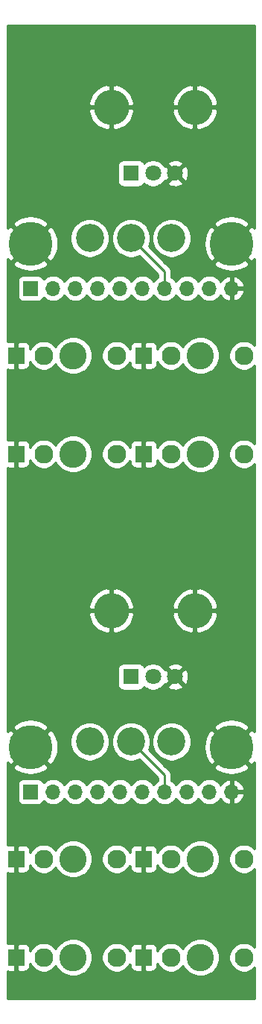
<source format=gbr>
G04 #@! TF.GenerationSoftware,KiCad,Pcbnew,(5.1.4-0-10_14)*
G04 #@! TF.CreationDate,2019-10-08T21:19:08-07:00*
G04 #@! TF.ProjectId,VCA_IO,5643415f-494f-42e6-9b69-6361645f7063,rev?*
G04 #@! TF.SameCoordinates,Original*
G04 #@! TF.FileFunction,Copper,L2,Bot*
G04 #@! TF.FilePolarity,Positive*
%FSLAX46Y46*%
G04 Gerber Fmt 4.6, Leading zero omitted, Abs format (unit mm)*
G04 Created by KiCad (PCBNEW (5.1.4-0-10_14)) date 2019-10-08 21:19:08*
%MOMM*%
%LPD*%
G04 APERTURE LIST*
%ADD10R,1.800000X1.800000*%
%ADD11C,1.800000*%
%ADD12O,4.000000X4.000000*%
%ADD13C,2.130000*%
%ADD14R,1.830000X1.930000*%
%ADD15C,3.100000*%
%ADD16C,3.200000*%
%ADD17R,1.700000X1.700000*%
%ADD18O,1.700000X1.700000*%
%ADD19C,5.000000*%
%ADD20C,0.250000*%
%ADD21C,0.254000*%
G04 APERTURE END LIST*
D10*
X78740000Y-65686000D03*
D11*
X81240000Y-65686000D03*
X83740000Y-65686000D03*
D12*
X76490000Y-58186000D03*
X85990000Y-58186000D03*
D10*
X78740000Y-122836000D03*
D11*
X81240000Y-122836000D03*
X83740000Y-122836000D03*
D12*
X76490000Y-115336000D03*
X85990000Y-115336000D03*
D13*
X83264000Y-154686000D03*
D14*
X80164000Y-154686000D03*
D13*
X91564000Y-154686000D03*
D15*
X86614000Y-154686000D03*
X72136000Y-143510000D03*
D13*
X77086000Y-143510000D03*
D14*
X65686000Y-143510000D03*
D13*
X68786000Y-143510000D03*
D15*
X86614000Y-143510000D03*
D13*
X91564000Y-143510000D03*
D14*
X80164000Y-143510000D03*
D13*
X83264000Y-143510000D03*
X68786000Y-154686000D03*
D14*
X65686000Y-154686000D03*
D13*
X77086000Y-154686000D03*
D15*
X72136000Y-154686000D03*
D13*
X68786000Y-86360000D03*
D14*
X65686000Y-86360000D03*
D13*
X77086000Y-86360000D03*
D15*
X72136000Y-86360000D03*
X86614000Y-86360000D03*
D13*
X91564000Y-86360000D03*
D14*
X80164000Y-86360000D03*
D13*
X83264000Y-86360000D03*
D15*
X72136000Y-97536000D03*
D13*
X77086000Y-97536000D03*
D14*
X65686000Y-97536000D03*
D13*
X68786000Y-97536000D03*
X83264000Y-97536000D03*
D14*
X80164000Y-97536000D03*
D13*
X91564000Y-97536000D03*
D15*
X86614000Y-97536000D03*
D16*
X83340000Y-73025000D03*
X78740000Y-73025000D03*
X74040000Y-73025000D03*
X74040000Y-130175000D03*
X78740000Y-130175000D03*
X83340000Y-130175000D03*
D17*
X67310000Y-78740000D03*
D18*
X69850000Y-78740000D03*
X72390000Y-78740000D03*
X74930000Y-78740000D03*
X77470000Y-78740000D03*
X80010000Y-78740000D03*
X82550000Y-78740000D03*
X85090000Y-78740000D03*
X87630000Y-78740000D03*
X90170000Y-78740000D03*
X90170000Y-135890000D03*
X87630000Y-135890000D03*
X85090000Y-135890000D03*
X82550000Y-135890000D03*
X80010000Y-135890000D03*
X77470000Y-135890000D03*
X74930000Y-135890000D03*
X72390000Y-135890000D03*
X69850000Y-135890000D03*
D17*
X67310000Y-135890000D03*
D19*
X67310000Y-73660000D03*
X67310000Y-130810000D03*
X90170000Y-73660000D03*
X90170000Y-130810000D03*
D20*
X82550000Y-76835000D02*
X82550000Y-78740000D01*
X78740000Y-73025000D02*
X82550000Y-76835000D01*
X82550000Y-133985000D02*
X82550000Y-135890000D01*
X78740000Y-130175000D02*
X82550000Y-133985000D01*
D21*
G36*
X92812000Y-71951695D02*
G01*
X92791118Y-71912627D01*
X92373148Y-71636457D01*
X90349605Y-73660000D01*
X92373148Y-75683543D01*
X92791118Y-75407373D01*
X92812000Y-75368206D01*
X92812000Y-85203836D01*
X92647687Y-85039523D01*
X92369252Y-84853479D01*
X92059872Y-84725330D01*
X91731435Y-84660000D01*
X91396565Y-84660000D01*
X91068128Y-84725330D01*
X90758748Y-84853479D01*
X90480313Y-85039523D01*
X90243523Y-85276313D01*
X90057479Y-85554748D01*
X89929330Y-85864128D01*
X89864000Y-86192565D01*
X89864000Y-86527435D01*
X89929330Y-86855872D01*
X90057479Y-87165252D01*
X90243523Y-87443687D01*
X90480313Y-87680477D01*
X90758748Y-87866521D01*
X91068128Y-87994670D01*
X91396565Y-88060000D01*
X91731435Y-88060000D01*
X92059872Y-87994670D01*
X92369252Y-87866521D01*
X92647687Y-87680477D01*
X92812000Y-87516164D01*
X92812000Y-96379836D01*
X92647687Y-96215523D01*
X92369252Y-96029479D01*
X92059872Y-95901330D01*
X91731435Y-95836000D01*
X91396565Y-95836000D01*
X91068128Y-95901330D01*
X90758748Y-96029479D01*
X90480313Y-96215523D01*
X90243523Y-96452313D01*
X90057479Y-96730748D01*
X89929330Y-97040128D01*
X89864000Y-97368565D01*
X89864000Y-97703435D01*
X89929330Y-98031872D01*
X90057479Y-98341252D01*
X90243523Y-98619687D01*
X90480313Y-98856477D01*
X90758748Y-99042521D01*
X91068128Y-99170670D01*
X91396565Y-99236000D01*
X91731435Y-99236000D01*
X92059872Y-99170670D01*
X92369252Y-99042521D01*
X92647687Y-98856477D01*
X92812000Y-98692164D01*
X92812001Y-129101696D01*
X92791118Y-129062627D01*
X92373148Y-128786457D01*
X90349605Y-130810000D01*
X92373148Y-132833543D01*
X92791118Y-132557373D01*
X92812001Y-132518205D01*
X92812001Y-142353837D01*
X92647687Y-142189523D01*
X92369252Y-142003479D01*
X92059872Y-141875330D01*
X91731435Y-141810000D01*
X91396565Y-141810000D01*
X91068128Y-141875330D01*
X90758748Y-142003479D01*
X90480313Y-142189523D01*
X90243523Y-142426313D01*
X90057479Y-142704748D01*
X89929330Y-143014128D01*
X89864000Y-143342565D01*
X89864000Y-143677435D01*
X89929330Y-144005872D01*
X90057479Y-144315252D01*
X90243523Y-144593687D01*
X90480313Y-144830477D01*
X90758748Y-145016521D01*
X91068128Y-145144670D01*
X91396565Y-145210000D01*
X91731435Y-145210000D01*
X92059872Y-145144670D01*
X92369252Y-145016521D01*
X92647687Y-144830477D01*
X92812001Y-144666163D01*
X92812001Y-153529837D01*
X92647687Y-153365523D01*
X92369252Y-153179479D01*
X92059872Y-153051330D01*
X91731435Y-152986000D01*
X91396565Y-152986000D01*
X91068128Y-153051330D01*
X90758748Y-153179479D01*
X90480313Y-153365523D01*
X90243523Y-153602313D01*
X90057479Y-153880748D01*
X89929330Y-154190128D01*
X89864000Y-154518565D01*
X89864000Y-154853435D01*
X89929330Y-155181872D01*
X90057479Y-155491252D01*
X90243523Y-155769687D01*
X90480313Y-156006477D01*
X90758748Y-156192521D01*
X91068128Y-156320670D01*
X91396565Y-156386000D01*
X91731435Y-156386000D01*
X92059872Y-156320670D01*
X92369252Y-156192521D01*
X92647687Y-156006477D01*
X92812001Y-155842163D01*
X92812001Y-159360000D01*
X64668000Y-159360000D01*
X64668000Y-156278928D01*
X64771000Y-156289072D01*
X65400250Y-156286000D01*
X65559000Y-156127250D01*
X65559000Y-154813000D01*
X65539000Y-154813000D01*
X65539000Y-154559000D01*
X65559000Y-154559000D01*
X65559000Y-153244750D01*
X65813000Y-153244750D01*
X65813000Y-154559000D01*
X65833000Y-154559000D01*
X65833000Y-154813000D01*
X65813000Y-154813000D01*
X65813000Y-156127250D01*
X65971750Y-156286000D01*
X66601000Y-156289072D01*
X66725482Y-156276812D01*
X66845180Y-156240502D01*
X66955494Y-156181537D01*
X67052185Y-156102185D01*
X67131537Y-156005494D01*
X67190502Y-155895180D01*
X67226812Y-155775482D01*
X67239072Y-155651000D01*
X67237895Y-155390860D01*
X67279479Y-155491252D01*
X67465523Y-155769687D01*
X67702313Y-156006477D01*
X67980748Y-156192521D01*
X68290128Y-156320670D01*
X68618565Y-156386000D01*
X68953435Y-156386000D01*
X69281872Y-156320670D01*
X69591252Y-156192521D01*
X69869687Y-156006477D01*
X70106477Y-155769687D01*
X70176465Y-155664943D01*
X70199678Y-155720985D01*
X70438800Y-156078856D01*
X70743144Y-156383200D01*
X71101015Y-156622322D01*
X71498659Y-156787031D01*
X71920796Y-156871000D01*
X72351204Y-156871000D01*
X72773341Y-156787031D01*
X73170985Y-156622322D01*
X73528856Y-156383200D01*
X73833200Y-156078856D01*
X74072322Y-155720985D01*
X74237031Y-155323341D01*
X74321000Y-154901204D01*
X74321000Y-154518565D01*
X75386000Y-154518565D01*
X75386000Y-154853435D01*
X75451330Y-155181872D01*
X75579479Y-155491252D01*
X75765523Y-155769687D01*
X76002313Y-156006477D01*
X76280748Y-156192521D01*
X76590128Y-156320670D01*
X76918565Y-156386000D01*
X77253435Y-156386000D01*
X77581872Y-156320670D01*
X77891252Y-156192521D01*
X78169687Y-156006477D01*
X78406477Y-155769687D01*
X78592521Y-155491252D01*
X78611862Y-155444559D01*
X78610928Y-155651000D01*
X78623188Y-155775482D01*
X78659498Y-155895180D01*
X78718463Y-156005494D01*
X78797815Y-156102185D01*
X78894506Y-156181537D01*
X79004820Y-156240502D01*
X79124518Y-156276812D01*
X79249000Y-156289072D01*
X79878250Y-156286000D01*
X80037000Y-156127250D01*
X80037000Y-154813000D01*
X80017000Y-154813000D01*
X80017000Y-154559000D01*
X80037000Y-154559000D01*
X80037000Y-153244750D01*
X80291000Y-153244750D01*
X80291000Y-154559000D01*
X80311000Y-154559000D01*
X80311000Y-154813000D01*
X80291000Y-154813000D01*
X80291000Y-156127250D01*
X80449750Y-156286000D01*
X81079000Y-156289072D01*
X81203482Y-156276812D01*
X81323180Y-156240502D01*
X81433494Y-156181537D01*
X81530185Y-156102185D01*
X81609537Y-156005494D01*
X81668502Y-155895180D01*
X81704812Y-155775482D01*
X81717072Y-155651000D01*
X81715895Y-155390860D01*
X81757479Y-155491252D01*
X81943523Y-155769687D01*
X82180313Y-156006477D01*
X82458748Y-156192521D01*
X82768128Y-156320670D01*
X83096565Y-156386000D01*
X83431435Y-156386000D01*
X83759872Y-156320670D01*
X84069252Y-156192521D01*
X84347687Y-156006477D01*
X84584477Y-155769687D01*
X84654465Y-155664943D01*
X84677678Y-155720985D01*
X84916800Y-156078856D01*
X85221144Y-156383200D01*
X85579015Y-156622322D01*
X85976659Y-156787031D01*
X86398796Y-156871000D01*
X86829204Y-156871000D01*
X87251341Y-156787031D01*
X87648985Y-156622322D01*
X88006856Y-156383200D01*
X88311200Y-156078856D01*
X88550322Y-155720985D01*
X88715031Y-155323341D01*
X88799000Y-154901204D01*
X88799000Y-154470796D01*
X88715031Y-154048659D01*
X88550322Y-153651015D01*
X88311200Y-153293144D01*
X88006856Y-152988800D01*
X87648985Y-152749678D01*
X87251341Y-152584969D01*
X86829204Y-152501000D01*
X86398796Y-152501000D01*
X85976659Y-152584969D01*
X85579015Y-152749678D01*
X85221144Y-152988800D01*
X84916800Y-153293144D01*
X84677678Y-153651015D01*
X84654465Y-153707057D01*
X84584477Y-153602313D01*
X84347687Y-153365523D01*
X84069252Y-153179479D01*
X83759872Y-153051330D01*
X83431435Y-152986000D01*
X83096565Y-152986000D01*
X82768128Y-153051330D01*
X82458748Y-153179479D01*
X82180313Y-153365523D01*
X81943523Y-153602313D01*
X81757479Y-153880748D01*
X81715895Y-153981140D01*
X81717072Y-153721000D01*
X81704812Y-153596518D01*
X81668502Y-153476820D01*
X81609537Y-153366506D01*
X81530185Y-153269815D01*
X81433494Y-153190463D01*
X81323180Y-153131498D01*
X81203482Y-153095188D01*
X81079000Y-153082928D01*
X80449750Y-153086000D01*
X80291000Y-153244750D01*
X80037000Y-153244750D01*
X79878250Y-153086000D01*
X79249000Y-153082928D01*
X79124518Y-153095188D01*
X79004820Y-153131498D01*
X78894506Y-153190463D01*
X78797815Y-153269815D01*
X78718463Y-153366506D01*
X78659498Y-153476820D01*
X78623188Y-153596518D01*
X78610928Y-153721000D01*
X78611862Y-153927441D01*
X78592521Y-153880748D01*
X78406477Y-153602313D01*
X78169687Y-153365523D01*
X77891252Y-153179479D01*
X77581872Y-153051330D01*
X77253435Y-152986000D01*
X76918565Y-152986000D01*
X76590128Y-153051330D01*
X76280748Y-153179479D01*
X76002313Y-153365523D01*
X75765523Y-153602313D01*
X75579479Y-153880748D01*
X75451330Y-154190128D01*
X75386000Y-154518565D01*
X74321000Y-154518565D01*
X74321000Y-154470796D01*
X74237031Y-154048659D01*
X74072322Y-153651015D01*
X73833200Y-153293144D01*
X73528856Y-152988800D01*
X73170985Y-152749678D01*
X72773341Y-152584969D01*
X72351204Y-152501000D01*
X71920796Y-152501000D01*
X71498659Y-152584969D01*
X71101015Y-152749678D01*
X70743144Y-152988800D01*
X70438800Y-153293144D01*
X70199678Y-153651015D01*
X70176465Y-153707057D01*
X70106477Y-153602313D01*
X69869687Y-153365523D01*
X69591252Y-153179479D01*
X69281872Y-153051330D01*
X68953435Y-152986000D01*
X68618565Y-152986000D01*
X68290128Y-153051330D01*
X67980748Y-153179479D01*
X67702313Y-153365523D01*
X67465523Y-153602313D01*
X67279479Y-153880748D01*
X67237895Y-153981140D01*
X67239072Y-153721000D01*
X67226812Y-153596518D01*
X67190502Y-153476820D01*
X67131537Y-153366506D01*
X67052185Y-153269815D01*
X66955494Y-153190463D01*
X66845180Y-153131498D01*
X66725482Y-153095188D01*
X66601000Y-153082928D01*
X65971750Y-153086000D01*
X65813000Y-153244750D01*
X65559000Y-153244750D01*
X65400250Y-153086000D01*
X64771000Y-153082928D01*
X64668000Y-153093072D01*
X64668000Y-145102928D01*
X64771000Y-145113072D01*
X65400250Y-145110000D01*
X65559000Y-144951250D01*
X65559000Y-143637000D01*
X65539000Y-143637000D01*
X65539000Y-143383000D01*
X65559000Y-143383000D01*
X65559000Y-142068750D01*
X65813000Y-142068750D01*
X65813000Y-143383000D01*
X65833000Y-143383000D01*
X65833000Y-143637000D01*
X65813000Y-143637000D01*
X65813000Y-144951250D01*
X65971750Y-145110000D01*
X66601000Y-145113072D01*
X66725482Y-145100812D01*
X66845180Y-145064502D01*
X66955494Y-145005537D01*
X67052185Y-144926185D01*
X67131537Y-144829494D01*
X67190502Y-144719180D01*
X67226812Y-144599482D01*
X67239072Y-144475000D01*
X67237895Y-144214860D01*
X67279479Y-144315252D01*
X67465523Y-144593687D01*
X67702313Y-144830477D01*
X67980748Y-145016521D01*
X68290128Y-145144670D01*
X68618565Y-145210000D01*
X68953435Y-145210000D01*
X69281872Y-145144670D01*
X69591252Y-145016521D01*
X69869687Y-144830477D01*
X70106477Y-144593687D01*
X70176465Y-144488943D01*
X70199678Y-144544985D01*
X70438800Y-144902856D01*
X70743144Y-145207200D01*
X71101015Y-145446322D01*
X71498659Y-145611031D01*
X71920796Y-145695000D01*
X72351204Y-145695000D01*
X72773341Y-145611031D01*
X73170985Y-145446322D01*
X73528856Y-145207200D01*
X73833200Y-144902856D01*
X74072322Y-144544985D01*
X74237031Y-144147341D01*
X74321000Y-143725204D01*
X74321000Y-143342565D01*
X75386000Y-143342565D01*
X75386000Y-143677435D01*
X75451330Y-144005872D01*
X75579479Y-144315252D01*
X75765523Y-144593687D01*
X76002313Y-144830477D01*
X76280748Y-145016521D01*
X76590128Y-145144670D01*
X76918565Y-145210000D01*
X77253435Y-145210000D01*
X77581872Y-145144670D01*
X77891252Y-145016521D01*
X78169687Y-144830477D01*
X78406477Y-144593687D01*
X78592521Y-144315252D01*
X78611862Y-144268559D01*
X78610928Y-144475000D01*
X78623188Y-144599482D01*
X78659498Y-144719180D01*
X78718463Y-144829494D01*
X78797815Y-144926185D01*
X78894506Y-145005537D01*
X79004820Y-145064502D01*
X79124518Y-145100812D01*
X79249000Y-145113072D01*
X79878250Y-145110000D01*
X80037000Y-144951250D01*
X80037000Y-143637000D01*
X80017000Y-143637000D01*
X80017000Y-143383000D01*
X80037000Y-143383000D01*
X80037000Y-142068750D01*
X80291000Y-142068750D01*
X80291000Y-143383000D01*
X80311000Y-143383000D01*
X80311000Y-143637000D01*
X80291000Y-143637000D01*
X80291000Y-144951250D01*
X80449750Y-145110000D01*
X81079000Y-145113072D01*
X81203482Y-145100812D01*
X81323180Y-145064502D01*
X81433494Y-145005537D01*
X81530185Y-144926185D01*
X81609537Y-144829494D01*
X81668502Y-144719180D01*
X81704812Y-144599482D01*
X81717072Y-144475000D01*
X81715895Y-144214860D01*
X81757479Y-144315252D01*
X81943523Y-144593687D01*
X82180313Y-144830477D01*
X82458748Y-145016521D01*
X82768128Y-145144670D01*
X83096565Y-145210000D01*
X83431435Y-145210000D01*
X83759872Y-145144670D01*
X84069252Y-145016521D01*
X84347687Y-144830477D01*
X84584477Y-144593687D01*
X84654465Y-144488943D01*
X84677678Y-144544985D01*
X84916800Y-144902856D01*
X85221144Y-145207200D01*
X85579015Y-145446322D01*
X85976659Y-145611031D01*
X86398796Y-145695000D01*
X86829204Y-145695000D01*
X87251341Y-145611031D01*
X87648985Y-145446322D01*
X88006856Y-145207200D01*
X88311200Y-144902856D01*
X88550322Y-144544985D01*
X88715031Y-144147341D01*
X88799000Y-143725204D01*
X88799000Y-143294796D01*
X88715031Y-142872659D01*
X88550322Y-142475015D01*
X88311200Y-142117144D01*
X88006856Y-141812800D01*
X87648985Y-141573678D01*
X87251341Y-141408969D01*
X86829204Y-141325000D01*
X86398796Y-141325000D01*
X85976659Y-141408969D01*
X85579015Y-141573678D01*
X85221144Y-141812800D01*
X84916800Y-142117144D01*
X84677678Y-142475015D01*
X84654465Y-142531057D01*
X84584477Y-142426313D01*
X84347687Y-142189523D01*
X84069252Y-142003479D01*
X83759872Y-141875330D01*
X83431435Y-141810000D01*
X83096565Y-141810000D01*
X82768128Y-141875330D01*
X82458748Y-142003479D01*
X82180313Y-142189523D01*
X81943523Y-142426313D01*
X81757479Y-142704748D01*
X81715895Y-142805140D01*
X81717072Y-142545000D01*
X81704812Y-142420518D01*
X81668502Y-142300820D01*
X81609537Y-142190506D01*
X81530185Y-142093815D01*
X81433494Y-142014463D01*
X81323180Y-141955498D01*
X81203482Y-141919188D01*
X81079000Y-141906928D01*
X80449750Y-141910000D01*
X80291000Y-142068750D01*
X80037000Y-142068750D01*
X79878250Y-141910000D01*
X79249000Y-141906928D01*
X79124518Y-141919188D01*
X79004820Y-141955498D01*
X78894506Y-142014463D01*
X78797815Y-142093815D01*
X78718463Y-142190506D01*
X78659498Y-142300820D01*
X78623188Y-142420518D01*
X78610928Y-142545000D01*
X78611862Y-142751441D01*
X78592521Y-142704748D01*
X78406477Y-142426313D01*
X78169687Y-142189523D01*
X77891252Y-142003479D01*
X77581872Y-141875330D01*
X77253435Y-141810000D01*
X76918565Y-141810000D01*
X76590128Y-141875330D01*
X76280748Y-142003479D01*
X76002313Y-142189523D01*
X75765523Y-142426313D01*
X75579479Y-142704748D01*
X75451330Y-143014128D01*
X75386000Y-143342565D01*
X74321000Y-143342565D01*
X74321000Y-143294796D01*
X74237031Y-142872659D01*
X74072322Y-142475015D01*
X73833200Y-142117144D01*
X73528856Y-141812800D01*
X73170985Y-141573678D01*
X72773341Y-141408969D01*
X72351204Y-141325000D01*
X71920796Y-141325000D01*
X71498659Y-141408969D01*
X71101015Y-141573678D01*
X70743144Y-141812800D01*
X70438800Y-142117144D01*
X70199678Y-142475015D01*
X70176465Y-142531057D01*
X70106477Y-142426313D01*
X69869687Y-142189523D01*
X69591252Y-142003479D01*
X69281872Y-141875330D01*
X68953435Y-141810000D01*
X68618565Y-141810000D01*
X68290128Y-141875330D01*
X67980748Y-142003479D01*
X67702313Y-142189523D01*
X67465523Y-142426313D01*
X67279479Y-142704748D01*
X67237895Y-142805140D01*
X67239072Y-142545000D01*
X67226812Y-142420518D01*
X67190502Y-142300820D01*
X67131537Y-142190506D01*
X67052185Y-142093815D01*
X66955494Y-142014463D01*
X66845180Y-141955498D01*
X66725482Y-141919188D01*
X66601000Y-141906928D01*
X65971750Y-141910000D01*
X65813000Y-142068750D01*
X65559000Y-142068750D01*
X65400250Y-141910000D01*
X64771000Y-141906928D01*
X64668000Y-141917072D01*
X64668000Y-135040000D01*
X65821928Y-135040000D01*
X65821928Y-136740000D01*
X65834188Y-136864482D01*
X65870498Y-136984180D01*
X65929463Y-137094494D01*
X66008815Y-137191185D01*
X66105506Y-137270537D01*
X66215820Y-137329502D01*
X66335518Y-137365812D01*
X66460000Y-137378072D01*
X68160000Y-137378072D01*
X68284482Y-137365812D01*
X68404180Y-137329502D01*
X68514494Y-137270537D01*
X68611185Y-137191185D01*
X68690537Y-137094494D01*
X68749502Y-136984180D01*
X68770393Y-136915313D01*
X68794866Y-136945134D01*
X69020986Y-137130706D01*
X69278966Y-137268599D01*
X69558889Y-137353513D01*
X69777050Y-137375000D01*
X69922950Y-137375000D01*
X70141111Y-137353513D01*
X70421034Y-137268599D01*
X70679014Y-137130706D01*
X70905134Y-136945134D01*
X71090706Y-136719014D01*
X71120000Y-136664209D01*
X71149294Y-136719014D01*
X71334866Y-136945134D01*
X71560986Y-137130706D01*
X71818966Y-137268599D01*
X72098889Y-137353513D01*
X72317050Y-137375000D01*
X72462950Y-137375000D01*
X72681111Y-137353513D01*
X72961034Y-137268599D01*
X73219014Y-137130706D01*
X73445134Y-136945134D01*
X73630706Y-136719014D01*
X73660000Y-136664209D01*
X73689294Y-136719014D01*
X73874866Y-136945134D01*
X74100986Y-137130706D01*
X74358966Y-137268599D01*
X74638889Y-137353513D01*
X74857050Y-137375000D01*
X75002950Y-137375000D01*
X75221111Y-137353513D01*
X75501034Y-137268599D01*
X75759014Y-137130706D01*
X75985134Y-136945134D01*
X76170706Y-136719014D01*
X76200000Y-136664209D01*
X76229294Y-136719014D01*
X76414866Y-136945134D01*
X76640986Y-137130706D01*
X76898966Y-137268599D01*
X77178889Y-137353513D01*
X77397050Y-137375000D01*
X77542950Y-137375000D01*
X77761111Y-137353513D01*
X78041034Y-137268599D01*
X78299014Y-137130706D01*
X78525134Y-136945134D01*
X78710706Y-136719014D01*
X78740000Y-136664209D01*
X78769294Y-136719014D01*
X78954866Y-136945134D01*
X79180986Y-137130706D01*
X79438966Y-137268599D01*
X79718889Y-137353513D01*
X79937050Y-137375000D01*
X80082950Y-137375000D01*
X80301111Y-137353513D01*
X80581034Y-137268599D01*
X80839014Y-137130706D01*
X81065134Y-136945134D01*
X81250706Y-136719014D01*
X81280000Y-136664209D01*
X81309294Y-136719014D01*
X81494866Y-136945134D01*
X81720986Y-137130706D01*
X81978966Y-137268599D01*
X82258889Y-137353513D01*
X82477050Y-137375000D01*
X82622950Y-137375000D01*
X82841111Y-137353513D01*
X83121034Y-137268599D01*
X83379014Y-137130706D01*
X83605134Y-136945134D01*
X83790706Y-136719014D01*
X83820000Y-136664209D01*
X83849294Y-136719014D01*
X84034866Y-136945134D01*
X84260986Y-137130706D01*
X84518966Y-137268599D01*
X84798889Y-137353513D01*
X85017050Y-137375000D01*
X85162950Y-137375000D01*
X85381111Y-137353513D01*
X85661034Y-137268599D01*
X85919014Y-137130706D01*
X86145134Y-136945134D01*
X86330706Y-136719014D01*
X86360000Y-136664209D01*
X86389294Y-136719014D01*
X86574866Y-136945134D01*
X86800986Y-137130706D01*
X87058966Y-137268599D01*
X87338889Y-137353513D01*
X87557050Y-137375000D01*
X87702950Y-137375000D01*
X87921111Y-137353513D01*
X88201034Y-137268599D01*
X88459014Y-137130706D01*
X88685134Y-136945134D01*
X88870706Y-136719014D01*
X88905201Y-136654477D01*
X88974822Y-136771355D01*
X89169731Y-136987588D01*
X89403080Y-137161641D01*
X89665901Y-137286825D01*
X89813110Y-137331476D01*
X90043000Y-137210155D01*
X90043000Y-136017000D01*
X90297000Y-136017000D01*
X90297000Y-137210155D01*
X90526890Y-137331476D01*
X90674099Y-137286825D01*
X90936920Y-137161641D01*
X91170269Y-136987588D01*
X91365178Y-136771355D01*
X91514157Y-136521252D01*
X91611481Y-136246891D01*
X91490814Y-136017000D01*
X90297000Y-136017000D01*
X90043000Y-136017000D01*
X90023000Y-136017000D01*
X90023000Y-135763000D01*
X90043000Y-135763000D01*
X90043000Y-134569845D01*
X90297000Y-134569845D01*
X90297000Y-135763000D01*
X91490814Y-135763000D01*
X91611481Y-135533109D01*
X91514157Y-135258748D01*
X91365178Y-135008645D01*
X91170269Y-134792412D01*
X90936920Y-134618359D01*
X90674099Y-134493175D01*
X90526890Y-134448524D01*
X90297000Y-134569845D01*
X90043000Y-134569845D01*
X89813110Y-134448524D01*
X89665901Y-134493175D01*
X89403080Y-134618359D01*
X89169731Y-134792412D01*
X88974822Y-135008645D01*
X88905201Y-135125523D01*
X88870706Y-135060986D01*
X88685134Y-134834866D01*
X88459014Y-134649294D01*
X88201034Y-134511401D01*
X87921111Y-134426487D01*
X87702950Y-134405000D01*
X87557050Y-134405000D01*
X87338889Y-134426487D01*
X87058966Y-134511401D01*
X86800986Y-134649294D01*
X86574866Y-134834866D01*
X86389294Y-135060986D01*
X86360000Y-135115791D01*
X86330706Y-135060986D01*
X86145134Y-134834866D01*
X85919014Y-134649294D01*
X85661034Y-134511401D01*
X85381111Y-134426487D01*
X85162950Y-134405000D01*
X85017050Y-134405000D01*
X84798889Y-134426487D01*
X84518966Y-134511401D01*
X84260986Y-134649294D01*
X84034866Y-134834866D01*
X83849294Y-135060986D01*
X83820000Y-135115791D01*
X83790706Y-135060986D01*
X83605134Y-134834866D01*
X83379014Y-134649294D01*
X83310000Y-134612405D01*
X83310000Y-134022325D01*
X83313676Y-133985000D01*
X83310000Y-133947675D01*
X83310000Y-133947667D01*
X83299003Y-133836014D01*
X83255546Y-133692753D01*
X83184974Y-133560724D01*
X83090001Y-133444999D01*
X83061004Y-133421202D01*
X82652950Y-133013148D01*
X88146457Y-133013148D01*
X88422627Y-133431118D01*
X88967557Y-133721649D01*
X89558696Y-133900287D01*
X90173328Y-133960168D01*
X90787831Y-133898990D01*
X91378592Y-133719103D01*
X91917373Y-133431118D01*
X92193543Y-133013148D01*
X90170000Y-130989605D01*
X88146457Y-133013148D01*
X82652950Y-133013148D01*
X80765397Y-131125595D01*
X80889110Y-130826925D01*
X80975000Y-130395128D01*
X80975000Y-129954872D01*
X81105000Y-129954872D01*
X81105000Y-130395128D01*
X81190890Y-130826925D01*
X81359369Y-131233669D01*
X81603962Y-131599729D01*
X81915271Y-131911038D01*
X82281331Y-132155631D01*
X82688075Y-132324110D01*
X83119872Y-132410000D01*
X83560128Y-132410000D01*
X83991925Y-132324110D01*
X84398669Y-132155631D01*
X84764729Y-131911038D01*
X85076038Y-131599729D01*
X85320631Y-131233669D01*
X85489110Y-130826925D01*
X85491814Y-130813328D01*
X87019832Y-130813328D01*
X87081010Y-131427831D01*
X87260897Y-132018592D01*
X87548882Y-132557373D01*
X87966852Y-132833543D01*
X89990395Y-130810000D01*
X87966852Y-128786457D01*
X87548882Y-129062627D01*
X87258351Y-129607557D01*
X87079713Y-130198696D01*
X87019832Y-130813328D01*
X85491814Y-130813328D01*
X85575000Y-130395128D01*
X85575000Y-129954872D01*
X85489110Y-129523075D01*
X85320631Y-129116331D01*
X85076038Y-128750271D01*
X84932619Y-128606852D01*
X88146457Y-128606852D01*
X90170000Y-130630395D01*
X92193543Y-128606852D01*
X91917373Y-128188882D01*
X91372443Y-127898351D01*
X90781304Y-127719713D01*
X90166672Y-127659832D01*
X89552169Y-127721010D01*
X88961408Y-127900897D01*
X88422627Y-128188882D01*
X88146457Y-128606852D01*
X84932619Y-128606852D01*
X84764729Y-128438962D01*
X84398669Y-128194369D01*
X83991925Y-128025890D01*
X83560128Y-127940000D01*
X83119872Y-127940000D01*
X82688075Y-128025890D01*
X82281331Y-128194369D01*
X81915271Y-128438962D01*
X81603962Y-128750271D01*
X81359369Y-129116331D01*
X81190890Y-129523075D01*
X81105000Y-129954872D01*
X80975000Y-129954872D01*
X80889110Y-129523075D01*
X80720631Y-129116331D01*
X80476038Y-128750271D01*
X80164729Y-128438962D01*
X79798669Y-128194369D01*
X79391925Y-128025890D01*
X78960128Y-127940000D01*
X78519872Y-127940000D01*
X78088075Y-128025890D01*
X77681331Y-128194369D01*
X77315271Y-128438962D01*
X77003962Y-128750271D01*
X76759369Y-129116331D01*
X76590890Y-129523075D01*
X76505000Y-129954872D01*
X76505000Y-130395128D01*
X76590890Y-130826925D01*
X76759369Y-131233669D01*
X77003962Y-131599729D01*
X77315271Y-131911038D01*
X77681331Y-132155631D01*
X78088075Y-132324110D01*
X78519872Y-132410000D01*
X78960128Y-132410000D01*
X79391925Y-132324110D01*
X79690595Y-132200397D01*
X81790000Y-134299802D01*
X81790000Y-134612405D01*
X81720986Y-134649294D01*
X81494866Y-134834866D01*
X81309294Y-135060986D01*
X81280000Y-135115791D01*
X81250706Y-135060986D01*
X81065134Y-134834866D01*
X80839014Y-134649294D01*
X80581034Y-134511401D01*
X80301111Y-134426487D01*
X80082950Y-134405000D01*
X79937050Y-134405000D01*
X79718889Y-134426487D01*
X79438966Y-134511401D01*
X79180986Y-134649294D01*
X78954866Y-134834866D01*
X78769294Y-135060986D01*
X78740000Y-135115791D01*
X78710706Y-135060986D01*
X78525134Y-134834866D01*
X78299014Y-134649294D01*
X78041034Y-134511401D01*
X77761111Y-134426487D01*
X77542950Y-134405000D01*
X77397050Y-134405000D01*
X77178889Y-134426487D01*
X76898966Y-134511401D01*
X76640986Y-134649294D01*
X76414866Y-134834866D01*
X76229294Y-135060986D01*
X76200000Y-135115791D01*
X76170706Y-135060986D01*
X75985134Y-134834866D01*
X75759014Y-134649294D01*
X75501034Y-134511401D01*
X75221111Y-134426487D01*
X75002950Y-134405000D01*
X74857050Y-134405000D01*
X74638889Y-134426487D01*
X74358966Y-134511401D01*
X74100986Y-134649294D01*
X73874866Y-134834866D01*
X73689294Y-135060986D01*
X73660000Y-135115791D01*
X73630706Y-135060986D01*
X73445134Y-134834866D01*
X73219014Y-134649294D01*
X72961034Y-134511401D01*
X72681111Y-134426487D01*
X72462950Y-134405000D01*
X72317050Y-134405000D01*
X72098889Y-134426487D01*
X71818966Y-134511401D01*
X71560986Y-134649294D01*
X71334866Y-134834866D01*
X71149294Y-135060986D01*
X71120000Y-135115791D01*
X71090706Y-135060986D01*
X70905134Y-134834866D01*
X70679014Y-134649294D01*
X70421034Y-134511401D01*
X70141111Y-134426487D01*
X69922950Y-134405000D01*
X69777050Y-134405000D01*
X69558889Y-134426487D01*
X69278966Y-134511401D01*
X69020986Y-134649294D01*
X68794866Y-134834866D01*
X68770393Y-134864687D01*
X68749502Y-134795820D01*
X68690537Y-134685506D01*
X68611185Y-134588815D01*
X68514494Y-134509463D01*
X68404180Y-134450498D01*
X68284482Y-134414188D01*
X68160000Y-134401928D01*
X66460000Y-134401928D01*
X66335518Y-134414188D01*
X66215820Y-134450498D01*
X66105506Y-134509463D01*
X66008815Y-134588815D01*
X65929463Y-134685506D01*
X65870498Y-134795820D01*
X65834188Y-134915518D01*
X65821928Y-135040000D01*
X64668000Y-135040000D01*
X64668000Y-133013148D01*
X65286457Y-133013148D01*
X65562627Y-133431118D01*
X66107557Y-133721649D01*
X66698696Y-133900287D01*
X67313328Y-133960168D01*
X67927831Y-133898990D01*
X68518592Y-133719103D01*
X69057373Y-133431118D01*
X69333543Y-133013148D01*
X67310000Y-130989605D01*
X65286457Y-133013148D01*
X64668000Y-133013148D01*
X64668000Y-132518306D01*
X64688882Y-132557373D01*
X65106852Y-132833543D01*
X67130395Y-130810000D01*
X67489605Y-130810000D01*
X69513148Y-132833543D01*
X69931118Y-132557373D01*
X70221649Y-132012443D01*
X70400287Y-131421304D01*
X70460168Y-130806672D01*
X70398990Y-130192169D01*
X70326733Y-129954872D01*
X71805000Y-129954872D01*
X71805000Y-130395128D01*
X71890890Y-130826925D01*
X72059369Y-131233669D01*
X72303962Y-131599729D01*
X72615271Y-131911038D01*
X72981331Y-132155631D01*
X73388075Y-132324110D01*
X73819872Y-132410000D01*
X74260128Y-132410000D01*
X74691925Y-132324110D01*
X75098669Y-132155631D01*
X75464729Y-131911038D01*
X75776038Y-131599729D01*
X76020631Y-131233669D01*
X76189110Y-130826925D01*
X76275000Y-130395128D01*
X76275000Y-129954872D01*
X76189110Y-129523075D01*
X76020631Y-129116331D01*
X75776038Y-128750271D01*
X75464729Y-128438962D01*
X75098669Y-128194369D01*
X74691925Y-128025890D01*
X74260128Y-127940000D01*
X73819872Y-127940000D01*
X73388075Y-128025890D01*
X72981331Y-128194369D01*
X72615271Y-128438962D01*
X72303962Y-128750271D01*
X72059369Y-129116331D01*
X71890890Y-129523075D01*
X71805000Y-129954872D01*
X70326733Y-129954872D01*
X70219103Y-129601408D01*
X69931118Y-129062627D01*
X69513148Y-128786457D01*
X67489605Y-130810000D01*
X67130395Y-130810000D01*
X65106852Y-128786457D01*
X64688882Y-129062627D01*
X64668000Y-129101794D01*
X64668000Y-128606852D01*
X65286457Y-128606852D01*
X67310000Y-130630395D01*
X69333543Y-128606852D01*
X69057373Y-128188882D01*
X68512443Y-127898351D01*
X67921304Y-127719713D01*
X67306672Y-127659832D01*
X66692169Y-127721010D01*
X66101408Y-127900897D01*
X65562627Y-128188882D01*
X65286457Y-128606852D01*
X64668000Y-128606852D01*
X64668000Y-121936000D01*
X77201928Y-121936000D01*
X77201928Y-123736000D01*
X77214188Y-123860482D01*
X77250498Y-123980180D01*
X77309463Y-124090494D01*
X77388815Y-124187185D01*
X77485506Y-124266537D01*
X77595820Y-124325502D01*
X77715518Y-124361812D01*
X77840000Y-124374072D01*
X79640000Y-124374072D01*
X79764482Y-124361812D01*
X79884180Y-124325502D01*
X79994494Y-124266537D01*
X80091185Y-124187185D01*
X80170537Y-124090494D01*
X80223880Y-123990697D01*
X80261495Y-124028312D01*
X80512905Y-124196299D01*
X80792257Y-124312011D01*
X81088816Y-124371000D01*
X81391184Y-124371000D01*
X81687743Y-124312011D01*
X81967095Y-124196299D01*
X82218505Y-124028312D01*
X82346737Y-123900080D01*
X82855525Y-123900080D01*
X82939208Y-124154261D01*
X83211775Y-124285158D01*
X83504642Y-124360365D01*
X83806553Y-124376991D01*
X84105907Y-124334397D01*
X84391199Y-124234222D01*
X84540792Y-124154261D01*
X84624475Y-123900080D01*
X83740000Y-123015605D01*
X82855525Y-123900080D01*
X82346737Y-123900080D01*
X82432312Y-123814505D01*
X82527738Y-123671690D01*
X82675920Y-123720475D01*
X83560395Y-122836000D01*
X83919605Y-122836000D01*
X84804080Y-123720475D01*
X85058261Y-123636792D01*
X85189158Y-123364225D01*
X85264365Y-123071358D01*
X85280991Y-122769447D01*
X85238397Y-122470093D01*
X85138222Y-122184801D01*
X85058261Y-122035208D01*
X84804080Y-121951525D01*
X83919605Y-122836000D01*
X83560395Y-122836000D01*
X82675920Y-121951525D01*
X82527738Y-122000310D01*
X82432312Y-121857495D01*
X82346737Y-121771920D01*
X82855525Y-121771920D01*
X83740000Y-122656395D01*
X84624475Y-121771920D01*
X84540792Y-121517739D01*
X84268225Y-121386842D01*
X83975358Y-121311635D01*
X83673447Y-121295009D01*
X83374093Y-121337603D01*
X83088801Y-121437778D01*
X82939208Y-121517739D01*
X82855525Y-121771920D01*
X82346737Y-121771920D01*
X82218505Y-121643688D01*
X81967095Y-121475701D01*
X81687743Y-121359989D01*
X81391184Y-121301000D01*
X81088816Y-121301000D01*
X80792257Y-121359989D01*
X80512905Y-121475701D01*
X80261495Y-121643688D01*
X80223880Y-121681303D01*
X80170537Y-121581506D01*
X80091185Y-121484815D01*
X79994494Y-121405463D01*
X79884180Y-121346498D01*
X79764482Y-121310188D01*
X79640000Y-121297928D01*
X77840000Y-121297928D01*
X77715518Y-121310188D01*
X77595820Y-121346498D01*
X77485506Y-121405463D01*
X77388815Y-121484815D01*
X77309463Y-121581506D01*
X77250498Y-121691820D01*
X77214188Y-121811518D01*
X77201928Y-121936000D01*
X64668000Y-121936000D01*
X64668000Y-115873162D01*
X73910333Y-115873162D01*
X74046652Y-116322553D01*
X74286067Y-116780270D01*
X74610178Y-117182485D01*
X75006530Y-117513740D01*
X75459890Y-117761306D01*
X75952837Y-117915669D01*
X76363000Y-117809190D01*
X76363000Y-115463000D01*
X76617000Y-115463000D01*
X76617000Y-117809190D01*
X77027163Y-117915669D01*
X77520110Y-117761306D01*
X77973470Y-117513740D01*
X78369822Y-117182485D01*
X78693933Y-116780270D01*
X78933348Y-116322553D01*
X79069667Y-115873162D01*
X83410333Y-115873162D01*
X83546652Y-116322553D01*
X83786067Y-116780270D01*
X84110178Y-117182485D01*
X84506530Y-117513740D01*
X84959890Y-117761306D01*
X85452837Y-117915669D01*
X85863000Y-117809190D01*
X85863000Y-115463000D01*
X86117000Y-115463000D01*
X86117000Y-117809190D01*
X86527163Y-117915669D01*
X87020110Y-117761306D01*
X87473470Y-117513740D01*
X87869822Y-117182485D01*
X88193933Y-116780270D01*
X88433348Y-116322553D01*
X88569667Y-115873162D01*
X88462991Y-115463000D01*
X86117000Y-115463000D01*
X85863000Y-115463000D01*
X83517009Y-115463000D01*
X83410333Y-115873162D01*
X79069667Y-115873162D01*
X78962991Y-115463000D01*
X76617000Y-115463000D01*
X76363000Y-115463000D01*
X74017009Y-115463000D01*
X73910333Y-115873162D01*
X64668000Y-115873162D01*
X64668000Y-114798838D01*
X73910333Y-114798838D01*
X74017009Y-115209000D01*
X76363000Y-115209000D01*
X76363000Y-112862810D01*
X76617000Y-112862810D01*
X76617000Y-115209000D01*
X78962991Y-115209000D01*
X79069667Y-114798838D01*
X83410333Y-114798838D01*
X83517009Y-115209000D01*
X85863000Y-115209000D01*
X85863000Y-112862810D01*
X86117000Y-112862810D01*
X86117000Y-115209000D01*
X88462991Y-115209000D01*
X88569667Y-114798838D01*
X88433348Y-114349447D01*
X88193933Y-113891730D01*
X87869822Y-113489515D01*
X87473470Y-113158260D01*
X87020110Y-112910694D01*
X86527163Y-112756331D01*
X86117000Y-112862810D01*
X85863000Y-112862810D01*
X85452837Y-112756331D01*
X84959890Y-112910694D01*
X84506530Y-113158260D01*
X84110178Y-113489515D01*
X83786067Y-113891730D01*
X83546652Y-114349447D01*
X83410333Y-114798838D01*
X79069667Y-114798838D01*
X78933348Y-114349447D01*
X78693933Y-113891730D01*
X78369822Y-113489515D01*
X77973470Y-113158260D01*
X77520110Y-112910694D01*
X77027163Y-112756331D01*
X76617000Y-112862810D01*
X76363000Y-112862810D01*
X75952837Y-112756331D01*
X75459890Y-112910694D01*
X75006530Y-113158260D01*
X74610178Y-113489515D01*
X74286067Y-113891730D01*
X74046652Y-114349447D01*
X73910333Y-114798838D01*
X64668000Y-114798838D01*
X64668000Y-99128928D01*
X64771000Y-99139072D01*
X65400250Y-99136000D01*
X65559000Y-98977250D01*
X65559000Y-97663000D01*
X65539000Y-97663000D01*
X65539000Y-97409000D01*
X65559000Y-97409000D01*
X65559000Y-96094750D01*
X65813000Y-96094750D01*
X65813000Y-97409000D01*
X65833000Y-97409000D01*
X65833000Y-97663000D01*
X65813000Y-97663000D01*
X65813000Y-98977250D01*
X65971750Y-99136000D01*
X66601000Y-99139072D01*
X66725482Y-99126812D01*
X66845180Y-99090502D01*
X66955494Y-99031537D01*
X67052185Y-98952185D01*
X67131537Y-98855494D01*
X67190502Y-98745180D01*
X67226812Y-98625482D01*
X67239072Y-98501000D01*
X67237895Y-98240860D01*
X67279479Y-98341252D01*
X67465523Y-98619687D01*
X67702313Y-98856477D01*
X67980748Y-99042521D01*
X68290128Y-99170670D01*
X68618565Y-99236000D01*
X68953435Y-99236000D01*
X69281872Y-99170670D01*
X69591252Y-99042521D01*
X69869687Y-98856477D01*
X70106477Y-98619687D01*
X70176465Y-98514943D01*
X70199678Y-98570985D01*
X70438800Y-98928856D01*
X70743144Y-99233200D01*
X71101015Y-99472322D01*
X71498659Y-99637031D01*
X71920796Y-99721000D01*
X72351204Y-99721000D01*
X72773341Y-99637031D01*
X73170985Y-99472322D01*
X73528856Y-99233200D01*
X73833200Y-98928856D01*
X74072322Y-98570985D01*
X74237031Y-98173341D01*
X74321000Y-97751204D01*
X74321000Y-97368565D01*
X75386000Y-97368565D01*
X75386000Y-97703435D01*
X75451330Y-98031872D01*
X75579479Y-98341252D01*
X75765523Y-98619687D01*
X76002313Y-98856477D01*
X76280748Y-99042521D01*
X76590128Y-99170670D01*
X76918565Y-99236000D01*
X77253435Y-99236000D01*
X77581872Y-99170670D01*
X77891252Y-99042521D01*
X78169687Y-98856477D01*
X78406477Y-98619687D01*
X78592521Y-98341252D01*
X78611862Y-98294559D01*
X78610928Y-98501000D01*
X78623188Y-98625482D01*
X78659498Y-98745180D01*
X78718463Y-98855494D01*
X78797815Y-98952185D01*
X78894506Y-99031537D01*
X79004820Y-99090502D01*
X79124518Y-99126812D01*
X79249000Y-99139072D01*
X79878250Y-99136000D01*
X80037000Y-98977250D01*
X80037000Y-97663000D01*
X80017000Y-97663000D01*
X80017000Y-97409000D01*
X80037000Y-97409000D01*
X80037000Y-96094750D01*
X80291000Y-96094750D01*
X80291000Y-97409000D01*
X80311000Y-97409000D01*
X80311000Y-97663000D01*
X80291000Y-97663000D01*
X80291000Y-98977250D01*
X80449750Y-99136000D01*
X81079000Y-99139072D01*
X81203482Y-99126812D01*
X81323180Y-99090502D01*
X81433494Y-99031537D01*
X81530185Y-98952185D01*
X81609537Y-98855494D01*
X81668502Y-98745180D01*
X81704812Y-98625482D01*
X81717072Y-98501000D01*
X81715895Y-98240860D01*
X81757479Y-98341252D01*
X81943523Y-98619687D01*
X82180313Y-98856477D01*
X82458748Y-99042521D01*
X82768128Y-99170670D01*
X83096565Y-99236000D01*
X83431435Y-99236000D01*
X83759872Y-99170670D01*
X84069252Y-99042521D01*
X84347687Y-98856477D01*
X84584477Y-98619687D01*
X84654465Y-98514943D01*
X84677678Y-98570985D01*
X84916800Y-98928856D01*
X85221144Y-99233200D01*
X85579015Y-99472322D01*
X85976659Y-99637031D01*
X86398796Y-99721000D01*
X86829204Y-99721000D01*
X87251341Y-99637031D01*
X87648985Y-99472322D01*
X88006856Y-99233200D01*
X88311200Y-98928856D01*
X88550322Y-98570985D01*
X88715031Y-98173341D01*
X88799000Y-97751204D01*
X88799000Y-97320796D01*
X88715031Y-96898659D01*
X88550322Y-96501015D01*
X88311200Y-96143144D01*
X88006856Y-95838800D01*
X87648985Y-95599678D01*
X87251341Y-95434969D01*
X86829204Y-95351000D01*
X86398796Y-95351000D01*
X85976659Y-95434969D01*
X85579015Y-95599678D01*
X85221144Y-95838800D01*
X84916800Y-96143144D01*
X84677678Y-96501015D01*
X84654465Y-96557057D01*
X84584477Y-96452313D01*
X84347687Y-96215523D01*
X84069252Y-96029479D01*
X83759872Y-95901330D01*
X83431435Y-95836000D01*
X83096565Y-95836000D01*
X82768128Y-95901330D01*
X82458748Y-96029479D01*
X82180313Y-96215523D01*
X81943523Y-96452313D01*
X81757479Y-96730748D01*
X81715895Y-96831140D01*
X81717072Y-96571000D01*
X81704812Y-96446518D01*
X81668502Y-96326820D01*
X81609537Y-96216506D01*
X81530185Y-96119815D01*
X81433494Y-96040463D01*
X81323180Y-95981498D01*
X81203482Y-95945188D01*
X81079000Y-95932928D01*
X80449750Y-95936000D01*
X80291000Y-96094750D01*
X80037000Y-96094750D01*
X79878250Y-95936000D01*
X79249000Y-95932928D01*
X79124518Y-95945188D01*
X79004820Y-95981498D01*
X78894506Y-96040463D01*
X78797815Y-96119815D01*
X78718463Y-96216506D01*
X78659498Y-96326820D01*
X78623188Y-96446518D01*
X78610928Y-96571000D01*
X78611862Y-96777441D01*
X78592521Y-96730748D01*
X78406477Y-96452313D01*
X78169687Y-96215523D01*
X77891252Y-96029479D01*
X77581872Y-95901330D01*
X77253435Y-95836000D01*
X76918565Y-95836000D01*
X76590128Y-95901330D01*
X76280748Y-96029479D01*
X76002313Y-96215523D01*
X75765523Y-96452313D01*
X75579479Y-96730748D01*
X75451330Y-97040128D01*
X75386000Y-97368565D01*
X74321000Y-97368565D01*
X74321000Y-97320796D01*
X74237031Y-96898659D01*
X74072322Y-96501015D01*
X73833200Y-96143144D01*
X73528856Y-95838800D01*
X73170985Y-95599678D01*
X72773341Y-95434969D01*
X72351204Y-95351000D01*
X71920796Y-95351000D01*
X71498659Y-95434969D01*
X71101015Y-95599678D01*
X70743144Y-95838800D01*
X70438800Y-96143144D01*
X70199678Y-96501015D01*
X70176465Y-96557057D01*
X70106477Y-96452313D01*
X69869687Y-96215523D01*
X69591252Y-96029479D01*
X69281872Y-95901330D01*
X68953435Y-95836000D01*
X68618565Y-95836000D01*
X68290128Y-95901330D01*
X67980748Y-96029479D01*
X67702313Y-96215523D01*
X67465523Y-96452313D01*
X67279479Y-96730748D01*
X67237895Y-96831140D01*
X67239072Y-96571000D01*
X67226812Y-96446518D01*
X67190502Y-96326820D01*
X67131537Y-96216506D01*
X67052185Y-96119815D01*
X66955494Y-96040463D01*
X66845180Y-95981498D01*
X66725482Y-95945188D01*
X66601000Y-95932928D01*
X65971750Y-95936000D01*
X65813000Y-96094750D01*
X65559000Y-96094750D01*
X65400250Y-95936000D01*
X64771000Y-95932928D01*
X64668000Y-95943072D01*
X64668000Y-87952928D01*
X64771000Y-87963072D01*
X65400250Y-87960000D01*
X65559000Y-87801250D01*
X65559000Y-86487000D01*
X65539000Y-86487000D01*
X65539000Y-86233000D01*
X65559000Y-86233000D01*
X65559000Y-84918750D01*
X65813000Y-84918750D01*
X65813000Y-86233000D01*
X65833000Y-86233000D01*
X65833000Y-86487000D01*
X65813000Y-86487000D01*
X65813000Y-87801250D01*
X65971750Y-87960000D01*
X66601000Y-87963072D01*
X66725482Y-87950812D01*
X66845180Y-87914502D01*
X66955494Y-87855537D01*
X67052185Y-87776185D01*
X67131537Y-87679494D01*
X67190502Y-87569180D01*
X67226812Y-87449482D01*
X67239072Y-87325000D01*
X67237895Y-87064860D01*
X67279479Y-87165252D01*
X67465523Y-87443687D01*
X67702313Y-87680477D01*
X67980748Y-87866521D01*
X68290128Y-87994670D01*
X68618565Y-88060000D01*
X68953435Y-88060000D01*
X69281872Y-87994670D01*
X69591252Y-87866521D01*
X69869687Y-87680477D01*
X70106477Y-87443687D01*
X70176465Y-87338943D01*
X70199678Y-87394985D01*
X70438800Y-87752856D01*
X70743144Y-88057200D01*
X71101015Y-88296322D01*
X71498659Y-88461031D01*
X71920796Y-88545000D01*
X72351204Y-88545000D01*
X72773341Y-88461031D01*
X73170985Y-88296322D01*
X73528856Y-88057200D01*
X73833200Y-87752856D01*
X74072322Y-87394985D01*
X74237031Y-86997341D01*
X74321000Y-86575204D01*
X74321000Y-86192565D01*
X75386000Y-86192565D01*
X75386000Y-86527435D01*
X75451330Y-86855872D01*
X75579479Y-87165252D01*
X75765523Y-87443687D01*
X76002313Y-87680477D01*
X76280748Y-87866521D01*
X76590128Y-87994670D01*
X76918565Y-88060000D01*
X77253435Y-88060000D01*
X77581872Y-87994670D01*
X77891252Y-87866521D01*
X78169687Y-87680477D01*
X78406477Y-87443687D01*
X78592521Y-87165252D01*
X78611862Y-87118559D01*
X78610928Y-87325000D01*
X78623188Y-87449482D01*
X78659498Y-87569180D01*
X78718463Y-87679494D01*
X78797815Y-87776185D01*
X78894506Y-87855537D01*
X79004820Y-87914502D01*
X79124518Y-87950812D01*
X79249000Y-87963072D01*
X79878250Y-87960000D01*
X80037000Y-87801250D01*
X80037000Y-86487000D01*
X80017000Y-86487000D01*
X80017000Y-86233000D01*
X80037000Y-86233000D01*
X80037000Y-84918750D01*
X80291000Y-84918750D01*
X80291000Y-86233000D01*
X80311000Y-86233000D01*
X80311000Y-86487000D01*
X80291000Y-86487000D01*
X80291000Y-87801250D01*
X80449750Y-87960000D01*
X81079000Y-87963072D01*
X81203482Y-87950812D01*
X81323180Y-87914502D01*
X81433494Y-87855537D01*
X81530185Y-87776185D01*
X81609537Y-87679494D01*
X81668502Y-87569180D01*
X81704812Y-87449482D01*
X81717072Y-87325000D01*
X81715895Y-87064860D01*
X81757479Y-87165252D01*
X81943523Y-87443687D01*
X82180313Y-87680477D01*
X82458748Y-87866521D01*
X82768128Y-87994670D01*
X83096565Y-88060000D01*
X83431435Y-88060000D01*
X83759872Y-87994670D01*
X84069252Y-87866521D01*
X84347687Y-87680477D01*
X84584477Y-87443687D01*
X84654465Y-87338943D01*
X84677678Y-87394985D01*
X84916800Y-87752856D01*
X85221144Y-88057200D01*
X85579015Y-88296322D01*
X85976659Y-88461031D01*
X86398796Y-88545000D01*
X86829204Y-88545000D01*
X87251341Y-88461031D01*
X87648985Y-88296322D01*
X88006856Y-88057200D01*
X88311200Y-87752856D01*
X88550322Y-87394985D01*
X88715031Y-86997341D01*
X88799000Y-86575204D01*
X88799000Y-86144796D01*
X88715031Y-85722659D01*
X88550322Y-85325015D01*
X88311200Y-84967144D01*
X88006856Y-84662800D01*
X87648985Y-84423678D01*
X87251341Y-84258969D01*
X86829204Y-84175000D01*
X86398796Y-84175000D01*
X85976659Y-84258969D01*
X85579015Y-84423678D01*
X85221144Y-84662800D01*
X84916800Y-84967144D01*
X84677678Y-85325015D01*
X84654465Y-85381057D01*
X84584477Y-85276313D01*
X84347687Y-85039523D01*
X84069252Y-84853479D01*
X83759872Y-84725330D01*
X83431435Y-84660000D01*
X83096565Y-84660000D01*
X82768128Y-84725330D01*
X82458748Y-84853479D01*
X82180313Y-85039523D01*
X81943523Y-85276313D01*
X81757479Y-85554748D01*
X81715895Y-85655140D01*
X81717072Y-85395000D01*
X81704812Y-85270518D01*
X81668502Y-85150820D01*
X81609537Y-85040506D01*
X81530185Y-84943815D01*
X81433494Y-84864463D01*
X81323180Y-84805498D01*
X81203482Y-84769188D01*
X81079000Y-84756928D01*
X80449750Y-84760000D01*
X80291000Y-84918750D01*
X80037000Y-84918750D01*
X79878250Y-84760000D01*
X79249000Y-84756928D01*
X79124518Y-84769188D01*
X79004820Y-84805498D01*
X78894506Y-84864463D01*
X78797815Y-84943815D01*
X78718463Y-85040506D01*
X78659498Y-85150820D01*
X78623188Y-85270518D01*
X78610928Y-85395000D01*
X78611862Y-85601441D01*
X78592521Y-85554748D01*
X78406477Y-85276313D01*
X78169687Y-85039523D01*
X77891252Y-84853479D01*
X77581872Y-84725330D01*
X77253435Y-84660000D01*
X76918565Y-84660000D01*
X76590128Y-84725330D01*
X76280748Y-84853479D01*
X76002313Y-85039523D01*
X75765523Y-85276313D01*
X75579479Y-85554748D01*
X75451330Y-85864128D01*
X75386000Y-86192565D01*
X74321000Y-86192565D01*
X74321000Y-86144796D01*
X74237031Y-85722659D01*
X74072322Y-85325015D01*
X73833200Y-84967144D01*
X73528856Y-84662800D01*
X73170985Y-84423678D01*
X72773341Y-84258969D01*
X72351204Y-84175000D01*
X71920796Y-84175000D01*
X71498659Y-84258969D01*
X71101015Y-84423678D01*
X70743144Y-84662800D01*
X70438800Y-84967144D01*
X70199678Y-85325015D01*
X70176465Y-85381057D01*
X70106477Y-85276313D01*
X69869687Y-85039523D01*
X69591252Y-84853479D01*
X69281872Y-84725330D01*
X68953435Y-84660000D01*
X68618565Y-84660000D01*
X68290128Y-84725330D01*
X67980748Y-84853479D01*
X67702313Y-85039523D01*
X67465523Y-85276313D01*
X67279479Y-85554748D01*
X67237895Y-85655140D01*
X67239072Y-85395000D01*
X67226812Y-85270518D01*
X67190502Y-85150820D01*
X67131537Y-85040506D01*
X67052185Y-84943815D01*
X66955494Y-84864463D01*
X66845180Y-84805498D01*
X66725482Y-84769188D01*
X66601000Y-84756928D01*
X65971750Y-84760000D01*
X65813000Y-84918750D01*
X65559000Y-84918750D01*
X65400250Y-84760000D01*
X64771000Y-84756928D01*
X64668000Y-84767072D01*
X64668000Y-77890000D01*
X65821928Y-77890000D01*
X65821928Y-79590000D01*
X65834188Y-79714482D01*
X65870498Y-79834180D01*
X65929463Y-79944494D01*
X66008815Y-80041185D01*
X66105506Y-80120537D01*
X66215820Y-80179502D01*
X66335518Y-80215812D01*
X66460000Y-80228072D01*
X68160000Y-80228072D01*
X68284482Y-80215812D01*
X68404180Y-80179502D01*
X68514494Y-80120537D01*
X68611185Y-80041185D01*
X68690537Y-79944494D01*
X68749502Y-79834180D01*
X68770393Y-79765313D01*
X68794866Y-79795134D01*
X69020986Y-79980706D01*
X69278966Y-80118599D01*
X69558889Y-80203513D01*
X69777050Y-80225000D01*
X69922950Y-80225000D01*
X70141111Y-80203513D01*
X70421034Y-80118599D01*
X70679014Y-79980706D01*
X70905134Y-79795134D01*
X71090706Y-79569014D01*
X71120000Y-79514209D01*
X71149294Y-79569014D01*
X71334866Y-79795134D01*
X71560986Y-79980706D01*
X71818966Y-80118599D01*
X72098889Y-80203513D01*
X72317050Y-80225000D01*
X72462950Y-80225000D01*
X72681111Y-80203513D01*
X72961034Y-80118599D01*
X73219014Y-79980706D01*
X73445134Y-79795134D01*
X73630706Y-79569014D01*
X73660000Y-79514209D01*
X73689294Y-79569014D01*
X73874866Y-79795134D01*
X74100986Y-79980706D01*
X74358966Y-80118599D01*
X74638889Y-80203513D01*
X74857050Y-80225000D01*
X75002950Y-80225000D01*
X75221111Y-80203513D01*
X75501034Y-80118599D01*
X75759014Y-79980706D01*
X75985134Y-79795134D01*
X76170706Y-79569014D01*
X76200000Y-79514209D01*
X76229294Y-79569014D01*
X76414866Y-79795134D01*
X76640986Y-79980706D01*
X76898966Y-80118599D01*
X77178889Y-80203513D01*
X77397050Y-80225000D01*
X77542950Y-80225000D01*
X77761111Y-80203513D01*
X78041034Y-80118599D01*
X78299014Y-79980706D01*
X78525134Y-79795134D01*
X78710706Y-79569014D01*
X78740000Y-79514209D01*
X78769294Y-79569014D01*
X78954866Y-79795134D01*
X79180986Y-79980706D01*
X79438966Y-80118599D01*
X79718889Y-80203513D01*
X79937050Y-80225000D01*
X80082950Y-80225000D01*
X80301111Y-80203513D01*
X80581034Y-80118599D01*
X80839014Y-79980706D01*
X81065134Y-79795134D01*
X81250706Y-79569014D01*
X81280000Y-79514209D01*
X81309294Y-79569014D01*
X81494866Y-79795134D01*
X81720986Y-79980706D01*
X81978966Y-80118599D01*
X82258889Y-80203513D01*
X82477050Y-80225000D01*
X82622950Y-80225000D01*
X82841111Y-80203513D01*
X83121034Y-80118599D01*
X83379014Y-79980706D01*
X83605134Y-79795134D01*
X83790706Y-79569014D01*
X83820000Y-79514209D01*
X83849294Y-79569014D01*
X84034866Y-79795134D01*
X84260986Y-79980706D01*
X84518966Y-80118599D01*
X84798889Y-80203513D01*
X85017050Y-80225000D01*
X85162950Y-80225000D01*
X85381111Y-80203513D01*
X85661034Y-80118599D01*
X85919014Y-79980706D01*
X86145134Y-79795134D01*
X86330706Y-79569014D01*
X86360000Y-79514209D01*
X86389294Y-79569014D01*
X86574866Y-79795134D01*
X86800986Y-79980706D01*
X87058966Y-80118599D01*
X87338889Y-80203513D01*
X87557050Y-80225000D01*
X87702950Y-80225000D01*
X87921111Y-80203513D01*
X88201034Y-80118599D01*
X88459014Y-79980706D01*
X88685134Y-79795134D01*
X88870706Y-79569014D01*
X88905201Y-79504477D01*
X88974822Y-79621355D01*
X89169731Y-79837588D01*
X89403080Y-80011641D01*
X89665901Y-80136825D01*
X89813110Y-80181476D01*
X90043000Y-80060155D01*
X90043000Y-78867000D01*
X90297000Y-78867000D01*
X90297000Y-80060155D01*
X90526890Y-80181476D01*
X90674099Y-80136825D01*
X90936920Y-80011641D01*
X91170269Y-79837588D01*
X91365178Y-79621355D01*
X91514157Y-79371252D01*
X91611481Y-79096891D01*
X91490814Y-78867000D01*
X90297000Y-78867000D01*
X90043000Y-78867000D01*
X90023000Y-78867000D01*
X90023000Y-78613000D01*
X90043000Y-78613000D01*
X90043000Y-77419845D01*
X90297000Y-77419845D01*
X90297000Y-78613000D01*
X91490814Y-78613000D01*
X91611481Y-78383109D01*
X91514157Y-78108748D01*
X91365178Y-77858645D01*
X91170269Y-77642412D01*
X90936920Y-77468359D01*
X90674099Y-77343175D01*
X90526890Y-77298524D01*
X90297000Y-77419845D01*
X90043000Y-77419845D01*
X89813110Y-77298524D01*
X89665901Y-77343175D01*
X89403080Y-77468359D01*
X89169731Y-77642412D01*
X88974822Y-77858645D01*
X88905201Y-77975523D01*
X88870706Y-77910986D01*
X88685134Y-77684866D01*
X88459014Y-77499294D01*
X88201034Y-77361401D01*
X87921111Y-77276487D01*
X87702950Y-77255000D01*
X87557050Y-77255000D01*
X87338889Y-77276487D01*
X87058966Y-77361401D01*
X86800986Y-77499294D01*
X86574866Y-77684866D01*
X86389294Y-77910986D01*
X86360000Y-77965791D01*
X86330706Y-77910986D01*
X86145134Y-77684866D01*
X85919014Y-77499294D01*
X85661034Y-77361401D01*
X85381111Y-77276487D01*
X85162950Y-77255000D01*
X85017050Y-77255000D01*
X84798889Y-77276487D01*
X84518966Y-77361401D01*
X84260986Y-77499294D01*
X84034866Y-77684866D01*
X83849294Y-77910986D01*
X83820000Y-77965791D01*
X83790706Y-77910986D01*
X83605134Y-77684866D01*
X83379014Y-77499294D01*
X83310000Y-77462405D01*
X83310000Y-76872325D01*
X83313676Y-76835000D01*
X83310000Y-76797675D01*
X83310000Y-76797667D01*
X83299003Y-76686014D01*
X83255546Y-76542753D01*
X83184974Y-76410724D01*
X83090001Y-76294999D01*
X83061004Y-76271202D01*
X82652950Y-75863148D01*
X88146457Y-75863148D01*
X88422627Y-76281118D01*
X88967557Y-76571649D01*
X89558696Y-76750287D01*
X90173328Y-76810168D01*
X90787831Y-76748990D01*
X91378592Y-76569103D01*
X91917373Y-76281118D01*
X92193543Y-75863148D01*
X90170000Y-73839605D01*
X88146457Y-75863148D01*
X82652950Y-75863148D01*
X80765397Y-73975595D01*
X80889110Y-73676925D01*
X80975000Y-73245128D01*
X80975000Y-72804872D01*
X81105000Y-72804872D01*
X81105000Y-73245128D01*
X81190890Y-73676925D01*
X81359369Y-74083669D01*
X81603962Y-74449729D01*
X81915271Y-74761038D01*
X82281331Y-75005631D01*
X82688075Y-75174110D01*
X83119872Y-75260000D01*
X83560128Y-75260000D01*
X83991925Y-75174110D01*
X84398669Y-75005631D01*
X84764729Y-74761038D01*
X85076038Y-74449729D01*
X85320631Y-74083669D01*
X85489110Y-73676925D01*
X85491814Y-73663328D01*
X87019832Y-73663328D01*
X87081010Y-74277831D01*
X87260897Y-74868592D01*
X87548882Y-75407373D01*
X87966852Y-75683543D01*
X89990395Y-73660000D01*
X87966852Y-71636457D01*
X87548882Y-71912627D01*
X87258351Y-72457557D01*
X87079713Y-73048696D01*
X87019832Y-73663328D01*
X85491814Y-73663328D01*
X85575000Y-73245128D01*
X85575000Y-72804872D01*
X85489110Y-72373075D01*
X85320631Y-71966331D01*
X85076038Y-71600271D01*
X84932619Y-71456852D01*
X88146457Y-71456852D01*
X90170000Y-73480395D01*
X92193543Y-71456852D01*
X91917373Y-71038882D01*
X91372443Y-70748351D01*
X90781304Y-70569713D01*
X90166672Y-70509832D01*
X89552169Y-70571010D01*
X88961408Y-70750897D01*
X88422627Y-71038882D01*
X88146457Y-71456852D01*
X84932619Y-71456852D01*
X84764729Y-71288962D01*
X84398669Y-71044369D01*
X83991925Y-70875890D01*
X83560128Y-70790000D01*
X83119872Y-70790000D01*
X82688075Y-70875890D01*
X82281331Y-71044369D01*
X81915271Y-71288962D01*
X81603962Y-71600271D01*
X81359369Y-71966331D01*
X81190890Y-72373075D01*
X81105000Y-72804872D01*
X80975000Y-72804872D01*
X80889110Y-72373075D01*
X80720631Y-71966331D01*
X80476038Y-71600271D01*
X80164729Y-71288962D01*
X79798669Y-71044369D01*
X79391925Y-70875890D01*
X78960128Y-70790000D01*
X78519872Y-70790000D01*
X78088075Y-70875890D01*
X77681331Y-71044369D01*
X77315271Y-71288962D01*
X77003962Y-71600271D01*
X76759369Y-71966331D01*
X76590890Y-72373075D01*
X76505000Y-72804872D01*
X76505000Y-73245128D01*
X76590890Y-73676925D01*
X76759369Y-74083669D01*
X77003962Y-74449729D01*
X77315271Y-74761038D01*
X77681331Y-75005631D01*
X78088075Y-75174110D01*
X78519872Y-75260000D01*
X78960128Y-75260000D01*
X79391925Y-75174110D01*
X79690595Y-75050397D01*
X81790000Y-77149802D01*
X81790000Y-77462405D01*
X81720986Y-77499294D01*
X81494866Y-77684866D01*
X81309294Y-77910986D01*
X81280000Y-77965791D01*
X81250706Y-77910986D01*
X81065134Y-77684866D01*
X80839014Y-77499294D01*
X80581034Y-77361401D01*
X80301111Y-77276487D01*
X80082950Y-77255000D01*
X79937050Y-77255000D01*
X79718889Y-77276487D01*
X79438966Y-77361401D01*
X79180986Y-77499294D01*
X78954866Y-77684866D01*
X78769294Y-77910986D01*
X78740000Y-77965791D01*
X78710706Y-77910986D01*
X78525134Y-77684866D01*
X78299014Y-77499294D01*
X78041034Y-77361401D01*
X77761111Y-77276487D01*
X77542950Y-77255000D01*
X77397050Y-77255000D01*
X77178889Y-77276487D01*
X76898966Y-77361401D01*
X76640986Y-77499294D01*
X76414866Y-77684866D01*
X76229294Y-77910986D01*
X76200000Y-77965791D01*
X76170706Y-77910986D01*
X75985134Y-77684866D01*
X75759014Y-77499294D01*
X75501034Y-77361401D01*
X75221111Y-77276487D01*
X75002950Y-77255000D01*
X74857050Y-77255000D01*
X74638889Y-77276487D01*
X74358966Y-77361401D01*
X74100986Y-77499294D01*
X73874866Y-77684866D01*
X73689294Y-77910986D01*
X73660000Y-77965791D01*
X73630706Y-77910986D01*
X73445134Y-77684866D01*
X73219014Y-77499294D01*
X72961034Y-77361401D01*
X72681111Y-77276487D01*
X72462950Y-77255000D01*
X72317050Y-77255000D01*
X72098889Y-77276487D01*
X71818966Y-77361401D01*
X71560986Y-77499294D01*
X71334866Y-77684866D01*
X71149294Y-77910986D01*
X71120000Y-77965791D01*
X71090706Y-77910986D01*
X70905134Y-77684866D01*
X70679014Y-77499294D01*
X70421034Y-77361401D01*
X70141111Y-77276487D01*
X69922950Y-77255000D01*
X69777050Y-77255000D01*
X69558889Y-77276487D01*
X69278966Y-77361401D01*
X69020986Y-77499294D01*
X68794866Y-77684866D01*
X68770393Y-77714687D01*
X68749502Y-77645820D01*
X68690537Y-77535506D01*
X68611185Y-77438815D01*
X68514494Y-77359463D01*
X68404180Y-77300498D01*
X68284482Y-77264188D01*
X68160000Y-77251928D01*
X66460000Y-77251928D01*
X66335518Y-77264188D01*
X66215820Y-77300498D01*
X66105506Y-77359463D01*
X66008815Y-77438815D01*
X65929463Y-77535506D01*
X65870498Y-77645820D01*
X65834188Y-77765518D01*
X65821928Y-77890000D01*
X64668000Y-77890000D01*
X64668000Y-75863148D01*
X65286457Y-75863148D01*
X65562627Y-76281118D01*
X66107557Y-76571649D01*
X66698696Y-76750287D01*
X67313328Y-76810168D01*
X67927831Y-76748990D01*
X68518592Y-76569103D01*
X69057373Y-76281118D01*
X69333543Y-75863148D01*
X67310000Y-73839605D01*
X65286457Y-75863148D01*
X64668000Y-75863148D01*
X64668000Y-75368306D01*
X64688882Y-75407373D01*
X65106852Y-75683543D01*
X67130395Y-73660000D01*
X67489605Y-73660000D01*
X69513148Y-75683543D01*
X69931118Y-75407373D01*
X70221649Y-74862443D01*
X70400287Y-74271304D01*
X70460168Y-73656672D01*
X70398990Y-73042169D01*
X70326733Y-72804872D01*
X71805000Y-72804872D01*
X71805000Y-73245128D01*
X71890890Y-73676925D01*
X72059369Y-74083669D01*
X72303962Y-74449729D01*
X72615271Y-74761038D01*
X72981331Y-75005631D01*
X73388075Y-75174110D01*
X73819872Y-75260000D01*
X74260128Y-75260000D01*
X74691925Y-75174110D01*
X75098669Y-75005631D01*
X75464729Y-74761038D01*
X75776038Y-74449729D01*
X76020631Y-74083669D01*
X76189110Y-73676925D01*
X76275000Y-73245128D01*
X76275000Y-72804872D01*
X76189110Y-72373075D01*
X76020631Y-71966331D01*
X75776038Y-71600271D01*
X75464729Y-71288962D01*
X75098669Y-71044369D01*
X74691925Y-70875890D01*
X74260128Y-70790000D01*
X73819872Y-70790000D01*
X73388075Y-70875890D01*
X72981331Y-71044369D01*
X72615271Y-71288962D01*
X72303962Y-71600271D01*
X72059369Y-71966331D01*
X71890890Y-72373075D01*
X71805000Y-72804872D01*
X70326733Y-72804872D01*
X70219103Y-72451408D01*
X69931118Y-71912627D01*
X69513148Y-71636457D01*
X67489605Y-73660000D01*
X67130395Y-73660000D01*
X65106852Y-71636457D01*
X64688882Y-71912627D01*
X64668000Y-71951794D01*
X64668000Y-71456852D01*
X65286457Y-71456852D01*
X67310000Y-73480395D01*
X69333543Y-71456852D01*
X69057373Y-71038882D01*
X68512443Y-70748351D01*
X67921304Y-70569713D01*
X67306672Y-70509832D01*
X66692169Y-70571010D01*
X66101408Y-70750897D01*
X65562627Y-71038882D01*
X65286457Y-71456852D01*
X64668000Y-71456852D01*
X64668000Y-64786000D01*
X77201928Y-64786000D01*
X77201928Y-66586000D01*
X77214188Y-66710482D01*
X77250498Y-66830180D01*
X77309463Y-66940494D01*
X77388815Y-67037185D01*
X77485506Y-67116537D01*
X77595820Y-67175502D01*
X77715518Y-67211812D01*
X77840000Y-67224072D01*
X79640000Y-67224072D01*
X79764482Y-67211812D01*
X79884180Y-67175502D01*
X79994494Y-67116537D01*
X80091185Y-67037185D01*
X80170537Y-66940494D01*
X80223880Y-66840697D01*
X80261495Y-66878312D01*
X80512905Y-67046299D01*
X80792257Y-67162011D01*
X81088816Y-67221000D01*
X81391184Y-67221000D01*
X81687743Y-67162011D01*
X81967095Y-67046299D01*
X82218505Y-66878312D01*
X82346737Y-66750080D01*
X82855525Y-66750080D01*
X82939208Y-67004261D01*
X83211775Y-67135158D01*
X83504642Y-67210365D01*
X83806553Y-67226991D01*
X84105907Y-67184397D01*
X84391199Y-67084222D01*
X84540792Y-67004261D01*
X84624475Y-66750080D01*
X83740000Y-65865605D01*
X82855525Y-66750080D01*
X82346737Y-66750080D01*
X82432312Y-66664505D01*
X82527738Y-66521690D01*
X82675920Y-66570475D01*
X83560395Y-65686000D01*
X83919605Y-65686000D01*
X84804080Y-66570475D01*
X85058261Y-66486792D01*
X85189158Y-66214225D01*
X85264365Y-65921358D01*
X85280991Y-65619447D01*
X85238397Y-65320093D01*
X85138222Y-65034801D01*
X85058261Y-64885208D01*
X84804080Y-64801525D01*
X83919605Y-65686000D01*
X83560395Y-65686000D01*
X82675920Y-64801525D01*
X82527738Y-64850310D01*
X82432312Y-64707495D01*
X82346737Y-64621920D01*
X82855525Y-64621920D01*
X83740000Y-65506395D01*
X84624475Y-64621920D01*
X84540792Y-64367739D01*
X84268225Y-64236842D01*
X83975358Y-64161635D01*
X83673447Y-64145009D01*
X83374093Y-64187603D01*
X83088801Y-64287778D01*
X82939208Y-64367739D01*
X82855525Y-64621920D01*
X82346737Y-64621920D01*
X82218505Y-64493688D01*
X81967095Y-64325701D01*
X81687743Y-64209989D01*
X81391184Y-64151000D01*
X81088816Y-64151000D01*
X80792257Y-64209989D01*
X80512905Y-64325701D01*
X80261495Y-64493688D01*
X80223880Y-64531303D01*
X80170537Y-64431506D01*
X80091185Y-64334815D01*
X79994494Y-64255463D01*
X79884180Y-64196498D01*
X79764482Y-64160188D01*
X79640000Y-64147928D01*
X77840000Y-64147928D01*
X77715518Y-64160188D01*
X77595820Y-64196498D01*
X77485506Y-64255463D01*
X77388815Y-64334815D01*
X77309463Y-64431506D01*
X77250498Y-64541820D01*
X77214188Y-64661518D01*
X77201928Y-64786000D01*
X64668000Y-64786000D01*
X64668000Y-58723162D01*
X73910333Y-58723162D01*
X74046652Y-59172553D01*
X74286067Y-59630270D01*
X74610178Y-60032485D01*
X75006530Y-60363740D01*
X75459890Y-60611306D01*
X75952837Y-60765669D01*
X76363000Y-60659190D01*
X76363000Y-58313000D01*
X76617000Y-58313000D01*
X76617000Y-60659190D01*
X77027163Y-60765669D01*
X77520110Y-60611306D01*
X77973470Y-60363740D01*
X78369822Y-60032485D01*
X78693933Y-59630270D01*
X78933348Y-59172553D01*
X79069667Y-58723162D01*
X83410333Y-58723162D01*
X83546652Y-59172553D01*
X83786067Y-59630270D01*
X84110178Y-60032485D01*
X84506530Y-60363740D01*
X84959890Y-60611306D01*
X85452837Y-60765669D01*
X85863000Y-60659190D01*
X85863000Y-58313000D01*
X86117000Y-58313000D01*
X86117000Y-60659190D01*
X86527163Y-60765669D01*
X87020110Y-60611306D01*
X87473470Y-60363740D01*
X87869822Y-60032485D01*
X88193933Y-59630270D01*
X88433348Y-59172553D01*
X88569667Y-58723162D01*
X88462991Y-58313000D01*
X86117000Y-58313000D01*
X85863000Y-58313000D01*
X83517009Y-58313000D01*
X83410333Y-58723162D01*
X79069667Y-58723162D01*
X78962991Y-58313000D01*
X76617000Y-58313000D01*
X76363000Y-58313000D01*
X74017009Y-58313000D01*
X73910333Y-58723162D01*
X64668000Y-58723162D01*
X64668000Y-57648838D01*
X73910333Y-57648838D01*
X74017009Y-58059000D01*
X76363000Y-58059000D01*
X76363000Y-55712810D01*
X76617000Y-55712810D01*
X76617000Y-58059000D01*
X78962991Y-58059000D01*
X79069667Y-57648838D01*
X83410333Y-57648838D01*
X83517009Y-58059000D01*
X85863000Y-58059000D01*
X85863000Y-55712810D01*
X86117000Y-55712810D01*
X86117000Y-58059000D01*
X88462991Y-58059000D01*
X88569667Y-57648838D01*
X88433348Y-57199447D01*
X88193933Y-56741730D01*
X87869822Y-56339515D01*
X87473470Y-56008260D01*
X87020110Y-55760694D01*
X86527163Y-55606331D01*
X86117000Y-55712810D01*
X85863000Y-55712810D01*
X85452837Y-55606331D01*
X84959890Y-55760694D01*
X84506530Y-56008260D01*
X84110178Y-56339515D01*
X83786067Y-56741730D01*
X83546652Y-57199447D01*
X83410333Y-57648838D01*
X79069667Y-57648838D01*
X78933348Y-57199447D01*
X78693933Y-56741730D01*
X78369822Y-56339515D01*
X77973470Y-56008260D01*
X77520110Y-55760694D01*
X77027163Y-55606331D01*
X76617000Y-55712810D01*
X76363000Y-55712810D01*
X75952837Y-55606331D01*
X75459890Y-55760694D01*
X75006530Y-56008260D01*
X74610178Y-56339515D01*
X74286067Y-56741730D01*
X74046652Y-57199447D01*
X73910333Y-57648838D01*
X64668000Y-57648838D01*
X64668000Y-48920000D01*
X92812000Y-48920000D01*
X92812000Y-71951695D01*
X92812000Y-71951695D01*
G37*
X92812000Y-71951695D02*
X92791118Y-71912627D01*
X92373148Y-71636457D01*
X90349605Y-73660000D01*
X92373148Y-75683543D01*
X92791118Y-75407373D01*
X92812000Y-75368206D01*
X92812000Y-85203836D01*
X92647687Y-85039523D01*
X92369252Y-84853479D01*
X92059872Y-84725330D01*
X91731435Y-84660000D01*
X91396565Y-84660000D01*
X91068128Y-84725330D01*
X90758748Y-84853479D01*
X90480313Y-85039523D01*
X90243523Y-85276313D01*
X90057479Y-85554748D01*
X89929330Y-85864128D01*
X89864000Y-86192565D01*
X89864000Y-86527435D01*
X89929330Y-86855872D01*
X90057479Y-87165252D01*
X90243523Y-87443687D01*
X90480313Y-87680477D01*
X90758748Y-87866521D01*
X91068128Y-87994670D01*
X91396565Y-88060000D01*
X91731435Y-88060000D01*
X92059872Y-87994670D01*
X92369252Y-87866521D01*
X92647687Y-87680477D01*
X92812000Y-87516164D01*
X92812000Y-96379836D01*
X92647687Y-96215523D01*
X92369252Y-96029479D01*
X92059872Y-95901330D01*
X91731435Y-95836000D01*
X91396565Y-95836000D01*
X91068128Y-95901330D01*
X90758748Y-96029479D01*
X90480313Y-96215523D01*
X90243523Y-96452313D01*
X90057479Y-96730748D01*
X89929330Y-97040128D01*
X89864000Y-97368565D01*
X89864000Y-97703435D01*
X89929330Y-98031872D01*
X90057479Y-98341252D01*
X90243523Y-98619687D01*
X90480313Y-98856477D01*
X90758748Y-99042521D01*
X91068128Y-99170670D01*
X91396565Y-99236000D01*
X91731435Y-99236000D01*
X92059872Y-99170670D01*
X92369252Y-99042521D01*
X92647687Y-98856477D01*
X92812000Y-98692164D01*
X92812001Y-129101696D01*
X92791118Y-129062627D01*
X92373148Y-128786457D01*
X90349605Y-130810000D01*
X92373148Y-132833543D01*
X92791118Y-132557373D01*
X92812001Y-132518205D01*
X92812001Y-142353837D01*
X92647687Y-142189523D01*
X92369252Y-142003479D01*
X92059872Y-141875330D01*
X91731435Y-141810000D01*
X91396565Y-141810000D01*
X91068128Y-141875330D01*
X90758748Y-142003479D01*
X90480313Y-142189523D01*
X90243523Y-142426313D01*
X90057479Y-142704748D01*
X89929330Y-143014128D01*
X89864000Y-143342565D01*
X89864000Y-143677435D01*
X89929330Y-144005872D01*
X90057479Y-144315252D01*
X90243523Y-144593687D01*
X90480313Y-144830477D01*
X90758748Y-145016521D01*
X91068128Y-145144670D01*
X91396565Y-145210000D01*
X91731435Y-145210000D01*
X92059872Y-145144670D01*
X92369252Y-145016521D01*
X92647687Y-144830477D01*
X92812001Y-144666163D01*
X92812001Y-153529837D01*
X92647687Y-153365523D01*
X92369252Y-153179479D01*
X92059872Y-153051330D01*
X91731435Y-152986000D01*
X91396565Y-152986000D01*
X91068128Y-153051330D01*
X90758748Y-153179479D01*
X90480313Y-153365523D01*
X90243523Y-153602313D01*
X90057479Y-153880748D01*
X89929330Y-154190128D01*
X89864000Y-154518565D01*
X89864000Y-154853435D01*
X89929330Y-155181872D01*
X90057479Y-155491252D01*
X90243523Y-155769687D01*
X90480313Y-156006477D01*
X90758748Y-156192521D01*
X91068128Y-156320670D01*
X91396565Y-156386000D01*
X91731435Y-156386000D01*
X92059872Y-156320670D01*
X92369252Y-156192521D01*
X92647687Y-156006477D01*
X92812001Y-155842163D01*
X92812001Y-159360000D01*
X64668000Y-159360000D01*
X64668000Y-156278928D01*
X64771000Y-156289072D01*
X65400250Y-156286000D01*
X65559000Y-156127250D01*
X65559000Y-154813000D01*
X65539000Y-154813000D01*
X65539000Y-154559000D01*
X65559000Y-154559000D01*
X65559000Y-153244750D01*
X65813000Y-153244750D01*
X65813000Y-154559000D01*
X65833000Y-154559000D01*
X65833000Y-154813000D01*
X65813000Y-154813000D01*
X65813000Y-156127250D01*
X65971750Y-156286000D01*
X66601000Y-156289072D01*
X66725482Y-156276812D01*
X66845180Y-156240502D01*
X66955494Y-156181537D01*
X67052185Y-156102185D01*
X67131537Y-156005494D01*
X67190502Y-155895180D01*
X67226812Y-155775482D01*
X67239072Y-155651000D01*
X67237895Y-155390860D01*
X67279479Y-155491252D01*
X67465523Y-155769687D01*
X67702313Y-156006477D01*
X67980748Y-156192521D01*
X68290128Y-156320670D01*
X68618565Y-156386000D01*
X68953435Y-156386000D01*
X69281872Y-156320670D01*
X69591252Y-156192521D01*
X69869687Y-156006477D01*
X70106477Y-155769687D01*
X70176465Y-155664943D01*
X70199678Y-155720985D01*
X70438800Y-156078856D01*
X70743144Y-156383200D01*
X71101015Y-156622322D01*
X71498659Y-156787031D01*
X71920796Y-156871000D01*
X72351204Y-156871000D01*
X72773341Y-156787031D01*
X73170985Y-156622322D01*
X73528856Y-156383200D01*
X73833200Y-156078856D01*
X74072322Y-155720985D01*
X74237031Y-155323341D01*
X74321000Y-154901204D01*
X74321000Y-154518565D01*
X75386000Y-154518565D01*
X75386000Y-154853435D01*
X75451330Y-155181872D01*
X75579479Y-155491252D01*
X75765523Y-155769687D01*
X76002313Y-156006477D01*
X76280748Y-156192521D01*
X76590128Y-156320670D01*
X76918565Y-156386000D01*
X77253435Y-156386000D01*
X77581872Y-156320670D01*
X77891252Y-156192521D01*
X78169687Y-156006477D01*
X78406477Y-155769687D01*
X78592521Y-155491252D01*
X78611862Y-155444559D01*
X78610928Y-155651000D01*
X78623188Y-155775482D01*
X78659498Y-155895180D01*
X78718463Y-156005494D01*
X78797815Y-156102185D01*
X78894506Y-156181537D01*
X79004820Y-156240502D01*
X79124518Y-156276812D01*
X79249000Y-156289072D01*
X79878250Y-156286000D01*
X80037000Y-156127250D01*
X80037000Y-154813000D01*
X80017000Y-154813000D01*
X80017000Y-154559000D01*
X80037000Y-154559000D01*
X80037000Y-153244750D01*
X80291000Y-153244750D01*
X80291000Y-154559000D01*
X80311000Y-154559000D01*
X80311000Y-154813000D01*
X80291000Y-154813000D01*
X80291000Y-156127250D01*
X80449750Y-156286000D01*
X81079000Y-156289072D01*
X81203482Y-156276812D01*
X81323180Y-156240502D01*
X81433494Y-156181537D01*
X81530185Y-156102185D01*
X81609537Y-156005494D01*
X81668502Y-155895180D01*
X81704812Y-155775482D01*
X81717072Y-155651000D01*
X81715895Y-155390860D01*
X81757479Y-155491252D01*
X81943523Y-155769687D01*
X82180313Y-156006477D01*
X82458748Y-156192521D01*
X82768128Y-156320670D01*
X83096565Y-156386000D01*
X83431435Y-156386000D01*
X83759872Y-156320670D01*
X84069252Y-156192521D01*
X84347687Y-156006477D01*
X84584477Y-155769687D01*
X84654465Y-155664943D01*
X84677678Y-155720985D01*
X84916800Y-156078856D01*
X85221144Y-156383200D01*
X85579015Y-156622322D01*
X85976659Y-156787031D01*
X86398796Y-156871000D01*
X86829204Y-156871000D01*
X87251341Y-156787031D01*
X87648985Y-156622322D01*
X88006856Y-156383200D01*
X88311200Y-156078856D01*
X88550322Y-155720985D01*
X88715031Y-155323341D01*
X88799000Y-154901204D01*
X88799000Y-154470796D01*
X88715031Y-154048659D01*
X88550322Y-153651015D01*
X88311200Y-153293144D01*
X88006856Y-152988800D01*
X87648985Y-152749678D01*
X87251341Y-152584969D01*
X86829204Y-152501000D01*
X86398796Y-152501000D01*
X85976659Y-152584969D01*
X85579015Y-152749678D01*
X85221144Y-152988800D01*
X84916800Y-153293144D01*
X84677678Y-153651015D01*
X84654465Y-153707057D01*
X84584477Y-153602313D01*
X84347687Y-153365523D01*
X84069252Y-153179479D01*
X83759872Y-153051330D01*
X83431435Y-152986000D01*
X83096565Y-152986000D01*
X82768128Y-153051330D01*
X82458748Y-153179479D01*
X82180313Y-153365523D01*
X81943523Y-153602313D01*
X81757479Y-153880748D01*
X81715895Y-153981140D01*
X81717072Y-153721000D01*
X81704812Y-153596518D01*
X81668502Y-153476820D01*
X81609537Y-153366506D01*
X81530185Y-153269815D01*
X81433494Y-153190463D01*
X81323180Y-153131498D01*
X81203482Y-153095188D01*
X81079000Y-153082928D01*
X80449750Y-153086000D01*
X80291000Y-153244750D01*
X80037000Y-153244750D01*
X79878250Y-153086000D01*
X79249000Y-153082928D01*
X79124518Y-153095188D01*
X79004820Y-153131498D01*
X78894506Y-153190463D01*
X78797815Y-153269815D01*
X78718463Y-153366506D01*
X78659498Y-153476820D01*
X78623188Y-153596518D01*
X78610928Y-153721000D01*
X78611862Y-153927441D01*
X78592521Y-153880748D01*
X78406477Y-153602313D01*
X78169687Y-153365523D01*
X77891252Y-153179479D01*
X77581872Y-153051330D01*
X77253435Y-152986000D01*
X76918565Y-152986000D01*
X76590128Y-153051330D01*
X76280748Y-153179479D01*
X76002313Y-153365523D01*
X75765523Y-153602313D01*
X75579479Y-153880748D01*
X75451330Y-154190128D01*
X75386000Y-154518565D01*
X74321000Y-154518565D01*
X74321000Y-154470796D01*
X74237031Y-154048659D01*
X74072322Y-153651015D01*
X73833200Y-153293144D01*
X73528856Y-152988800D01*
X73170985Y-152749678D01*
X72773341Y-152584969D01*
X72351204Y-152501000D01*
X71920796Y-152501000D01*
X71498659Y-152584969D01*
X71101015Y-152749678D01*
X70743144Y-152988800D01*
X70438800Y-153293144D01*
X70199678Y-153651015D01*
X70176465Y-153707057D01*
X70106477Y-153602313D01*
X69869687Y-153365523D01*
X69591252Y-153179479D01*
X69281872Y-153051330D01*
X68953435Y-152986000D01*
X68618565Y-152986000D01*
X68290128Y-153051330D01*
X67980748Y-153179479D01*
X67702313Y-153365523D01*
X67465523Y-153602313D01*
X67279479Y-153880748D01*
X67237895Y-153981140D01*
X67239072Y-153721000D01*
X67226812Y-153596518D01*
X67190502Y-153476820D01*
X67131537Y-153366506D01*
X67052185Y-153269815D01*
X66955494Y-153190463D01*
X66845180Y-153131498D01*
X66725482Y-153095188D01*
X66601000Y-153082928D01*
X65971750Y-153086000D01*
X65813000Y-153244750D01*
X65559000Y-153244750D01*
X65400250Y-153086000D01*
X64771000Y-153082928D01*
X64668000Y-153093072D01*
X64668000Y-145102928D01*
X64771000Y-145113072D01*
X65400250Y-145110000D01*
X65559000Y-144951250D01*
X65559000Y-143637000D01*
X65539000Y-143637000D01*
X65539000Y-143383000D01*
X65559000Y-143383000D01*
X65559000Y-142068750D01*
X65813000Y-142068750D01*
X65813000Y-143383000D01*
X65833000Y-143383000D01*
X65833000Y-143637000D01*
X65813000Y-143637000D01*
X65813000Y-144951250D01*
X65971750Y-145110000D01*
X66601000Y-145113072D01*
X66725482Y-145100812D01*
X66845180Y-145064502D01*
X66955494Y-145005537D01*
X67052185Y-144926185D01*
X67131537Y-144829494D01*
X67190502Y-144719180D01*
X67226812Y-144599482D01*
X67239072Y-144475000D01*
X67237895Y-144214860D01*
X67279479Y-144315252D01*
X67465523Y-144593687D01*
X67702313Y-144830477D01*
X67980748Y-145016521D01*
X68290128Y-145144670D01*
X68618565Y-145210000D01*
X68953435Y-145210000D01*
X69281872Y-145144670D01*
X69591252Y-145016521D01*
X69869687Y-144830477D01*
X70106477Y-144593687D01*
X70176465Y-144488943D01*
X70199678Y-144544985D01*
X70438800Y-144902856D01*
X70743144Y-145207200D01*
X71101015Y-145446322D01*
X71498659Y-145611031D01*
X71920796Y-145695000D01*
X72351204Y-145695000D01*
X72773341Y-145611031D01*
X73170985Y-145446322D01*
X73528856Y-145207200D01*
X73833200Y-144902856D01*
X74072322Y-144544985D01*
X74237031Y-144147341D01*
X74321000Y-143725204D01*
X74321000Y-143342565D01*
X75386000Y-143342565D01*
X75386000Y-143677435D01*
X75451330Y-144005872D01*
X75579479Y-144315252D01*
X75765523Y-144593687D01*
X76002313Y-144830477D01*
X76280748Y-145016521D01*
X76590128Y-145144670D01*
X76918565Y-145210000D01*
X77253435Y-145210000D01*
X77581872Y-145144670D01*
X77891252Y-145016521D01*
X78169687Y-144830477D01*
X78406477Y-144593687D01*
X78592521Y-144315252D01*
X78611862Y-144268559D01*
X78610928Y-144475000D01*
X78623188Y-144599482D01*
X78659498Y-144719180D01*
X78718463Y-144829494D01*
X78797815Y-144926185D01*
X78894506Y-145005537D01*
X79004820Y-145064502D01*
X79124518Y-145100812D01*
X79249000Y-145113072D01*
X79878250Y-145110000D01*
X80037000Y-144951250D01*
X80037000Y-143637000D01*
X80017000Y-143637000D01*
X80017000Y-143383000D01*
X80037000Y-143383000D01*
X80037000Y-142068750D01*
X80291000Y-142068750D01*
X80291000Y-143383000D01*
X80311000Y-143383000D01*
X80311000Y-143637000D01*
X80291000Y-143637000D01*
X80291000Y-144951250D01*
X80449750Y-145110000D01*
X81079000Y-145113072D01*
X81203482Y-145100812D01*
X81323180Y-145064502D01*
X81433494Y-145005537D01*
X81530185Y-144926185D01*
X81609537Y-144829494D01*
X81668502Y-144719180D01*
X81704812Y-144599482D01*
X81717072Y-144475000D01*
X81715895Y-144214860D01*
X81757479Y-144315252D01*
X81943523Y-144593687D01*
X82180313Y-144830477D01*
X82458748Y-145016521D01*
X82768128Y-145144670D01*
X83096565Y-145210000D01*
X83431435Y-145210000D01*
X83759872Y-145144670D01*
X84069252Y-145016521D01*
X84347687Y-144830477D01*
X84584477Y-144593687D01*
X84654465Y-144488943D01*
X84677678Y-144544985D01*
X84916800Y-144902856D01*
X85221144Y-145207200D01*
X85579015Y-145446322D01*
X85976659Y-145611031D01*
X86398796Y-145695000D01*
X86829204Y-145695000D01*
X87251341Y-145611031D01*
X87648985Y-145446322D01*
X88006856Y-145207200D01*
X88311200Y-144902856D01*
X88550322Y-144544985D01*
X88715031Y-144147341D01*
X88799000Y-143725204D01*
X88799000Y-143294796D01*
X88715031Y-142872659D01*
X88550322Y-142475015D01*
X88311200Y-142117144D01*
X88006856Y-141812800D01*
X87648985Y-141573678D01*
X87251341Y-141408969D01*
X86829204Y-141325000D01*
X86398796Y-141325000D01*
X85976659Y-141408969D01*
X85579015Y-141573678D01*
X85221144Y-141812800D01*
X84916800Y-142117144D01*
X84677678Y-142475015D01*
X84654465Y-142531057D01*
X84584477Y-142426313D01*
X84347687Y-142189523D01*
X84069252Y-142003479D01*
X83759872Y-141875330D01*
X83431435Y-141810000D01*
X83096565Y-141810000D01*
X82768128Y-141875330D01*
X82458748Y-142003479D01*
X82180313Y-142189523D01*
X81943523Y-142426313D01*
X81757479Y-142704748D01*
X81715895Y-142805140D01*
X81717072Y-142545000D01*
X81704812Y-142420518D01*
X81668502Y-142300820D01*
X81609537Y-142190506D01*
X81530185Y-142093815D01*
X81433494Y-142014463D01*
X81323180Y-141955498D01*
X81203482Y-141919188D01*
X81079000Y-141906928D01*
X80449750Y-141910000D01*
X80291000Y-142068750D01*
X80037000Y-142068750D01*
X79878250Y-141910000D01*
X79249000Y-141906928D01*
X79124518Y-141919188D01*
X79004820Y-141955498D01*
X78894506Y-142014463D01*
X78797815Y-142093815D01*
X78718463Y-142190506D01*
X78659498Y-142300820D01*
X78623188Y-142420518D01*
X78610928Y-142545000D01*
X78611862Y-142751441D01*
X78592521Y-142704748D01*
X78406477Y-142426313D01*
X78169687Y-142189523D01*
X77891252Y-142003479D01*
X77581872Y-141875330D01*
X77253435Y-141810000D01*
X76918565Y-141810000D01*
X76590128Y-141875330D01*
X76280748Y-142003479D01*
X76002313Y-142189523D01*
X75765523Y-142426313D01*
X75579479Y-142704748D01*
X75451330Y-143014128D01*
X75386000Y-143342565D01*
X74321000Y-143342565D01*
X74321000Y-143294796D01*
X74237031Y-142872659D01*
X74072322Y-142475015D01*
X73833200Y-142117144D01*
X73528856Y-141812800D01*
X73170985Y-141573678D01*
X72773341Y-141408969D01*
X72351204Y-141325000D01*
X71920796Y-141325000D01*
X71498659Y-141408969D01*
X71101015Y-141573678D01*
X70743144Y-141812800D01*
X70438800Y-142117144D01*
X70199678Y-142475015D01*
X70176465Y-142531057D01*
X70106477Y-142426313D01*
X69869687Y-142189523D01*
X69591252Y-142003479D01*
X69281872Y-141875330D01*
X68953435Y-141810000D01*
X68618565Y-141810000D01*
X68290128Y-141875330D01*
X67980748Y-142003479D01*
X67702313Y-142189523D01*
X67465523Y-142426313D01*
X67279479Y-142704748D01*
X67237895Y-142805140D01*
X67239072Y-142545000D01*
X67226812Y-142420518D01*
X67190502Y-142300820D01*
X67131537Y-142190506D01*
X67052185Y-142093815D01*
X66955494Y-142014463D01*
X66845180Y-141955498D01*
X66725482Y-141919188D01*
X66601000Y-141906928D01*
X65971750Y-141910000D01*
X65813000Y-142068750D01*
X65559000Y-142068750D01*
X65400250Y-141910000D01*
X64771000Y-141906928D01*
X64668000Y-141917072D01*
X64668000Y-135040000D01*
X65821928Y-135040000D01*
X65821928Y-136740000D01*
X65834188Y-136864482D01*
X65870498Y-136984180D01*
X65929463Y-137094494D01*
X66008815Y-137191185D01*
X66105506Y-137270537D01*
X66215820Y-137329502D01*
X66335518Y-137365812D01*
X66460000Y-137378072D01*
X68160000Y-137378072D01*
X68284482Y-137365812D01*
X68404180Y-137329502D01*
X68514494Y-137270537D01*
X68611185Y-137191185D01*
X68690537Y-137094494D01*
X68749502Y-136984180D01*
X68770393Y-136915313D01*
X68794866Y-136945134D01*
X69020986Y-137130706D01*
X69278966Y-137268599D01*
X69558889Y-137353513D01*
X69777050Y-137375000D01*
X69922950Y-137375000D01*
X70141111Y-137353513D01*
X70421034Y-137268599D01*
X70679014Y-137130706D01*
X70905134Y-136945134D01*
X71090706Y-136719014D01*
X71120000Y-136664209D01*
X71149294Y-136719014D01*
X71334866Y-136945134D01*
X71560986Y-137130706D01*
X71818966Y-137268599D01*
X72098889Y-137353513D01*
X72317050Y-137375000D01*
X72462950Y-137375000D01*
X72681111Y-137353513D01*
X72961034Y-137268599D01*
X73219014Y-137130706D01*
X73445134Y-136945134D01*
X73630706Y-136719014D01*
X73660000Y-136664209D01*
X73689294Y-136719014D01*
X73874866Y-136945134D01*
X74100986Y-137130706D01*
X74358966Y-137268599D01*
X74638889Y-137353513D01*
X74857050Y-137375000D01*
X75002950Y-137375000D01*
X75221111Y-137353513D01*
X75501034Y-137268599D01*
X75759014Y-137130706D01*
X75985134Y-136945134D01*
X76170706Y-136719014D01*
X76200000Y-136664209D01*
X76229294Y-136719014D01*
X76414866Y-136945134D01*
X76640986Y-137130706D01*
X76898966Y-137268599D01*
X77178889Y-137353513D01*
X77397050Y-137375000D01*
X77542950Y-137375000D01*
X77761111Y-137353513D01*
X78041034Y-137268599D01*
X78299014Y-137130706D01*
X78525134Y-136945134D01*
X78710706Y-136719014D01*
X78740000Y-136664209D01*
X78769294Y-136719014D01*
X78954866Y-136945134D01*
X79180986Y-137130706D01*
X79438966Y-137268599D01*
X79718889Y-137353513D01*
X79937050Y-137375000D01*
X80082950Y-137375000D01*
X80301111Y-137353513D01*
X80581034Y-137268599D01*
X80839014Y-137130706D01*
X81065134Y-136945134D01*
X81250706Y-136719014D01*
X81280000Y-136664209D01*
X81309294Y-136719014D01*
X81494866Y-136945134D01*
X81720986Y-137130706D01*
X81978966Y-137268599D01*
X82258889Y-137353513D01*
X82477050Y-137375000D01*
X82622950Y-137375000D01*
X82841111Y-137353513D01*
X83121034Y-137268599D01*
X83379014Y-137130706D01*
X83605134Y-136945134D01*
X83790706Y-136719014D01*
X83820000Y-136664209D01*
X83849294Y-136719014D01*
X84034866Y-136945134D01*
X84260986Y-137130706D01*
X84518966Y-137268599D01*
X84798889Y-137353513D01*
X85017050Y-137375000D01*
X85162950Y-137375000D01*
X85381111Y-137353513D01*
X85661034Y-137268599D01*
X85919014Y-137130706D01*
X86145134Y-136945134D01*
X86330706Y-136719014D01*
X86360000Y-136664209D01*
X86389294Y-136719014D01*
X86574866Y-136945134D01*
X86800986Y-137130706D01*
X87058966Y-137268599D01*
X87338889Y-137353513D01*
X87557050Y-137375000D01*
X87702950Y-137375000D01*
X87921111Y-137353513D01*
X88201034Y-137268599D01*
X88459014Y-137130706D01*
X88685134Y-136945134D01*
X88870706Y-136719014D01*
X88905201Y-136654477D01*
X88974822Y-136771355D01*
X89169731Y-136987588D01*
X89403080Y-137161641D01*
X89665901Y-137286825D01*
X89813110Y-137331476D01*
X90043000Y-137210155D01*
X90043000Y-136017000D01*
X90297000Y-136017000D01*
X90297000Y-137210155D01*
X90526890Y-137331476D01*
X90674099Y-137286825D01*
X90936920Y-137161641D01*
X91170269Y-136987588D01*
X91365178Y-136771355D01*
X91514157Y-136521252D01*
X91611481Y-136246891D01*
X91490814Y-136017000D01*
X90297000Y-136017000D01*
X90043000Y-136017000D01*
X90023000Y-136017000D01*
X90023000Y-135763000D01*
X90043000Y-135763000D01*
X90043000Y-134569845D01*
X90297000Y-134569845D01*
X90297000Y-135763000D01*
X91490814Y-135763000D01*
X91611481Y-135533109D01*
X91514157Y-135258748D01*
X91365178Y-135008645D01*
X91170269Y-134792412D01*
X90936920Y-134618359D01*
X90674099Y-134493175D01*
X90526890Y-134448524D01*
X90297000Y-134569845D01*
X90043000Y-134569845D01*
X89813110Y-134448524D01*
X89665901Y-134493175D01*
X89403080Y-134618359D01*
X89169731Y-134792412D01*
X88974822Y-135008645D01*
X88905201Y-135125523D01*
X88870706Y-135060986D01*
X88685134Y-134834866D01*
X88459014Y-134649294D01*
X88201034Y-134511401D01*
X87921111Y-134426487D01*
X87702950Y-134405000D01*
X87557050Y-134405000D01*
X87338889Y-134426487D01*
X87058966Y-134511401D01*
X86800986Y-134649294D01*
X86574866Y-134834866D01*
X86389294Y-135060986D01*
X86360000Y-135115791D01*
X86330706Y-135060986D01*
X86145134Y-134834866D01*
X85919014Y-134649294D01*
X85661034Y-134511401D01*
X85381111Y-134426487D01*
X85162950Y-134405000D01*
X85017050Y-134405000D01*
X84798889Y-134426487D01*
X84518966Y-134511401D01*
X84260986Y-134649294D01*
X84034866Y-134834866D01*
X83849294Y-135060986D01*
X83820000Y-135115791D01*
X83790706Y-135060986D01*
X83605134Y-134834866D01*
X83379014Y-134649294D01*
X83310000Y-134612405D01*
X83310000Y-134022325D01*
X83313676Y-133985000D01*
X83310000Y-133947675D01*
X83310000Y-133947667D01*
X83299003Y-133836014D01*
X83255546Y-133692753D01*
X83184974Y-133560724D01*
X83090001Y-133444999D01*
X83061004Y-133421202D01*
X82652950Y-133013148D01*
X88146457Y-133013148D01*
X88422627Y-133431118D01*
X88967557Y-133721649D01*
X89558696Y-133900287D01*
X90173328Y-133960168D01*
X90787831Y-133898990D01*
X91378592Y-133719103D01*
X91917373Y-133431118D01*
X92193543Y-133013148D01*
X90170000Y-130989605D01*
X88146457Y-133013148D01*
X82652950Y-133013148D01*
X80765397Y-131125595D01*
X80889110Y-130826925D01*
X80975000Y-130395128D01*
X80975000Y-129954872D01*
X81105000Y-129954872D01*
X81105000Y-130395128D01*
X81190890Y-130826925D01*
X81359369Y-131233669D01*
X81603962Y-131599729D01*
X81915271Y-131911038D01*
X82281331Y-132155631D01*
X82688075Y-132324110D01*
X83119872Y-132410000D01*
X83560128Y-132410000D01*
X83991925Y-132324110D01*
X84398669Y-132155631D01*
X84764729Y-131911038D01*
X85076038Y-131599729D01*
X85320631Y-131233669D01*
X85489110Y-130826925D01*
X85491814Y-130813328D01*
X87019832Y-130813328D01*
X87081010Y-131427831D01*
X87260897Y-132018592D01*
X87548882Y-132557373D01*
X87966852Y-132833543D01*
X89990395Y-130810000D01*
X87966852Y-128786457D01*
X87548882Y-129062627D01*
X87258351Y-129607557D01*
X87079713Y-130198696D01*
X87019832Y-130813328D01*
X85491814Y-130813328D01*
X85575000Y-130395128D01*
X85575000Y-129954872D01*
X85489110Y-129523075D01*
X85320631Y-129116331D01*
X85076038Y-128750271D01*
X84932619Y-128606852D01*
X88146457Y-128606852D01*
X90170000Y-130630395D01*
X92193543Y-128606852D01*
X91917373Y-128188882D01*
X91372443Y-127898351D01*
X90781304Y-127719713D01*
X90166672Y-127659832D01*
X89552169Y-127721010D01*
X88961408Y-127900897D01*
X88422627Y-128188882D01*
X88146457Y-128606852D01*
X84932619Y-128606852D01*
X84764729Y-128438962D01*
X84398669Y-128194369D01*
X83991925Y-128025890D01*
X83560128Y-127940000D01*
X83119872Y-127940000D01*
X82688075Y-128025890D01*
X82281331Y-128194369D01*
X81915271Y-128438962D01*
X81603962Y-128750271D01*
X81359369Y-129116331D01*
X81190890Y-129523075D01*
X81105000Y-129954872D01*
X80975000Y-129954872D01*
X80889110Y-129523075D01*
X80720631Y-129116331D01*
X80476038Y-128750271D01*
X80164729Y-128438962D01*
X79798669Y-128194369D01*
X79391925Y-128025890D01*
X78960128Y-127940000D01*
X78519872Y-127940000D01*
X78088075Y-128025890D01*
X77681331Y-128194369D01*
X77315271Y-128438962D01*
X77003962Y-128750271D01*
X76759369Y-129116331D01*
X76590890Y-129523075D01*
X76505000Y-129954872D01*
X76505000Y-130395128D01*
X76590890Y-130826925D01*
X76759369Y-131233669D01*
X77003962Y-131599729D01*
X77315271Y-131911038D01*
X77681331Y-132155631D01*
X78088075Y-132324110D01*
X78519872Y-132410000D01*
X78960128Y-132410000D01*
X79391925Y-132324110D01*
X79690595Y-132200397D01*
X81790000Y-134299802D01*
X81790000Y-134612405D01*
X81720986Y-134649294D01*
X81494866Y-134834866D01*
X81309294Y-135060986D01*
X81280000Y-135115791D01*
X81250706Y-135060986D01*
X81065134Y-134834866D01*
X80839014Y-134649294D01*
X80581034Y-134511401D01*
X80301111Y-134426487D01*
X80082950Y-134405000D01*
X79937050Y-134405000D01*
X79718889Y-134426487D01*
X79438966Y-134511401D01*
X79180986Y-134649294D01*
X78954866Y-134834866D01*
X78769294Y-135060986D01*
X78740000Y-135115791D01*
X78710706Y-135060986D01*
X78525134Y-134834866D01*
X78299014Y-134649294D01*
X78041034Y-134511401D01*
X77761111Y-134426487D01*
X77542950Y-134405000D01*
X77397050Y-134405000D01*
X77178889Y-134426487D01*
X76898966Y-134511401D01*
X76640986Y-134649294D01*
X76414866Y-134834866D01*
X76229294Y-135060986D01*
X76200000Y-135115791D01*
X76170706Y-135060986D01*
X75985134Y-134834866D01*
X75759014Y-134649294D01*
X75501034Y-134511401D01*
X75221111Y-134426487D01*
X75002950Y-134405000D01*
X74857050Y-134405000D01*
X74638889Y-134426487D01*
X74358966Y-134511401D01*
X74100986Y-134649294D01*
X73874866Y-134834866D01*
X73689294Y-135060986D01*
X73660000Y-135115791D01*
X73630706Y-135060986D01*
X73445134Y-134834866D01*
X73219014Y-134649294D01*
X72961034Y-134511401D01*
X72681111Y-134426487D01*
X72462950Y-134405000D01*
X72317050Y-134405000D01*
X72098889Y-134426487D01*
X71818966Y-134511401D01*
X71560986Y-134649294D01*
X71334866Y-134834866D01*
X71149294Y-135060986D01*
X71120000Y-135115791D01*
X71090706Y-135060986D01*
X70905134Y-134834866D01*
X70679014Y-134649294D01*
X70421034Y-134511401D01*
X70141111Y-134426487D01*
X69922950Y-134405000D01*
X69777050Y-134405000D01*
X69558889Y-134426487D01*
X69278966Y-134511401D01*
X69020986Y-134649294D01*
X68794866Y-134834866D01*
X68770393Y-134864687D01*
X68749502Y-134795820D01*
X68690537Y-134685506D01*
X68611185Y-134588815D01*
X68514494Y-134509463D01*
X68404180Y-134450498D01*
X68284482Y-134414188D01*
X68160000Y-134401928D01*
X66460000Y-134401928D01*
X66335518Y-134414188D01*
X66215820Y-134450498D01*
X66105506Y-134509463D01*
X66008815Y-134588815D01*
X65929463Y-134685506D01*
X65870498Y-134795820D01*
X65834188Y-134915518D01*
X65821928Y-135040000D01*
X64668000Y-135040000D01*
X64668000Y-133013148D01*
X65286457Y-133013148D01*
X65562627Y-133431118D01*
X66107557Y-133721649D01*
X66698696Y-133900287D01*
X67313328Y-133960168D01*
X67927831Y-133898990D01*
X68518592Y-133719103D01*
X69057373Y-133431118D01*
X69333543Y-133013148D01*
X67310000Y-130989605D01*
X65286457Y-133013148D01*
X64668000Y-133013148D01*
X64668000Y-132518306D01*
X64688882Y-132557373D01*
X65106852Y-132833543D01*
X67130395Y-130810000D01*
X67489605Y-130810000D01*
X69513148Y-132833543D01*
X69931118Y-132557373D01*
X70221649Y-132012443D01*
X70400287Y-131421304D01*
X70460168Y-130806672D01*
X70398990Y-130192169D01*
X70326733Y-129954872D01*
X71805000Y-129954872D01*
X71805000Y-130395128D01*
X71890890Y-130826925D01*
X72059369Y-131233669D01*
X72303962Y-131599729D01*
X72615271Y-131911038D01*
X72981331Y-132155631D01*
X73388075Y-132324110D01*
X73819872Y-132410000D01*
X74260128Y-132410000D01*
X74691925Y-132324110D01*
X75098669Y-132155631D01*
X75464729Y-131911038D01*
X75776038Y-131599729D01*
X76020631Y-131233669D01*
X76189110Y-130826925D01*
X76275000Y-130395128D01*
X76275000Y-129954872D01*
X76189110Y-129523075D01*
X76020631Y-129116331D01*
X75776038Y-128750271D01*
X75464729Y-128438962D01*
X75098669Y-128194369D01*
X74691925Y-128025890D01*
X74260128Y-127940000D01*
X73819872Y-127940000D01*
X73388075Y-128025890D01*
X72981331Y-128194369D01*
X72615271Y-128438962D01*
X72303962Y-128750271D01*
X72059369Y-129116331D01*
X71890890Y-129523075D01*
X71805000Y-129954872D01*
X70326733Y-129954872D01*
X70219103Y-129601408D01*
X69931118Y-129062627D01*
X69513148Y-128786457D01*
X67489605Y-130810000D01*
X67130395Y-130810000D01*
X65106852Y-128786457D01*
X64688882Y-129062627D01*
X64668000Y-129101794D01*
X64668000Y-128606852D01*
X65286457Y-128606852D01*
X67310000Y-130630395D01*
X69333543Y-128606852D01*
X69057373Y-128188882D01*
X68512443Y-127898351D01*
X67921304Y-127719713D01*
X67306672Y-127659832D01*
X66692169Y-127721010D01*
X66101408Y-127900897D01*
X65562627Y-128188882D01*
X65286457Y-128606852D01*
X64668000Y-128606852D01*
X64668000Y-121936000D01*
X77201928Y-121936000D01*
X77201928Y-123736000D01*
X77214188Y-123860482D01*
X77250498Y-123980180D01*
X77309463Y-124090494D01*
X77388815Y-124187185D01*
X77485506Y-124266537D01*
X77595820Y-124325502D01*
X77715518Y-124361812D01*
X77840000Y-124374072D01*
X79640000Y-124374072D01*
X79764482Y-124361812D01*
X79884180Y-124325502D01*
X79994494Y-124266537D01*
X80091185Y-124187185D01*
X80170537Y-124090494D01*
X80223880Y-123990697D01*
X80261495Y-124028312D01*
X80512905Y-124196299D01*
X80792257Y-124312011D01*
X81088816Y-124371000D01*
X81391184Y-124371000D01*
X81687743Y-124312011D01*
X81967095Y-124196299D01*
X82218505Y-124028312D01*
X82346737Y-123900080D01*
X82855525Y-123900080D01*
X82939208Y-124154261D01*
X83211775Y-124285158D01*
X83504642Y-124360365D01*
X83806553Y-124376991D01*
X84105907Y-124334397D01*
X84391199Y-124234222D01*
X84540792Y-124154261D01*
X84624475Y-123900080D01*
X83740000Y-123015605D01*
X82855525Y-123900080D01*
X82346737Y-123900080D01*
X82432312Y-123814505D01*
X82527738Y-123671690D01*
X82675920Y-123720475D01*
X83560395Y-122836000D01*
X83919605Y-122836000D01*
X84804080Y-123720475D01*
X85058261Y-123636792D01*
X85189158Y-123364225D01*
X85264365Y-123071358D01*
X85280991Y-122769447D01*
X85238397Y-122470093D01*
X85138222Y-122184801D01*
X85058261Y-122035208D01*
X84804080Y-121951525D01*
X83919605Y-122836000D01*
X83560395Y-122836000D01*
X82675920Y-121951525D01*
X82527738Y-122000310D01*
X82432312Y-121857495D01*
X82346737Y-121771920D01*
X82855525Y-121771920D01*
X83740000Y-122656395D01*
X84624475Y-121771920D01*
X84540792Y-121517739D01*
X84268225Y-121386842D01*
X83975358Y-121311635D01*
X83673447Y-121295009D01*
X83374093Y-121337603D01*
X83088801Y-121437778D01*
X82939208Y-121517739D01*
X82855525Y-121771920D01*
X82346737Y-121771920D01*
X82218505Y-121643688D01*
X81967095Y-121475701D01*
X81687743Y-121359989D01*
X81391184Y-121301000D01*
X81088816Y-121301000D01*
X80792257Y-121359989D01*
X80512905Y-121475701D01*
X80261495Y-121643688D01*
X80223880Y-121681303D01*
X80170537Y-121581506D01*
X80091185Y-121484815D01*
X79994494Y-121405463D01*
X79884180Y-121346498D01*
X79764482Y-121310188D01*
X79640000Y-121297928D01*
X77840000Y-121297928D01*
X77715518Y-121310188D01*
X77595820Y-121346498D01*
X77485506Y-121405463D01*
X77388815Y-121484815D01*
X77309463Y-121581506D01*
X77250498Y-121691820D01*
X77214188Y-121811518D01*
X77201928Y-121936000D01*
X64668000Y-121936000D01*
X64668000Y-115873162D01*
X73910333Y-115873162D01*
X74046652Y-116322553D01*
X74286067Y-116780270D01*
X74610178Y-117182485D01*
X75006530Y-117513740D01*
X75459890Y-117761306D01*
X75952837Y-117915669D01*
X76363000Y-117809190D01*
X76363000Y-115463000D01*
X76617000Y-115463000D01*
X76617000Y-117809190D01*
X77027163Y-117915669D01*
X77520110Y-117761306D01*
X77973470Y-117513740D01*
X78369822Y-117182485D01*
X78693933Y-116780270D01*
X78933348Y-116322553D01*
X79069667Y-115873162D01*
X83410333Y-115873162D01*
X83546652Y-116322553D01*
X83786067Y-116780270D01*
X84110178Y-117182485D01*
X84506530Y-117513740D01*
X84959890Y-117761306D01*
X85452837Y-117915669D01*
X85863000Y-117809190D01*
X85863000Y-115463000D01*
X86117000Y-115463000D01*
X86117000Y-117809190D01*
X86527163Y-117915669D01*
X87020110Y-117761306D01*
X87473470Y-117513740D01*
X87869822Y-117182485D01*
X88193933Y-116780270D01*
X88433348Y-116322553D01*
X88569667Y-115873162D01*
X88462991Y-115463000D01*
X86117000Y-115463000D01*
X85863000Y-115463000D01*
X83517009Y-115463000D01*
X83410333Y-115873162D01*
X79069667Y-115873162D01*
X78962991Y-115463000D01*
X76617000Y-115463000D01*
X76363000Y-115463000D01*
X74017009Y-115463000D01*
X73910333Y-115873162D01*
X64668000Y-115873162D01*
X64668000Y-114798838D01*
X73910333Y-114798838D01*
X74017009Y-115209000D01*
X76363000Y-115209000D01*
X76363000Y-112862810D01*
X76617000Y-112862810D01*
X76617000Y-115209000D01*
X78962991Y-115209000D01*
X79069667Y-114798838D01*
X83410333Y-114798838D01*
X83517009Y-115209000D01*
X85863000Y-115209000D01*
X85863000Y-112862810D01*
X86117000Y-112862810D01*
X86117000Y-115209000D01*
X88462991Y-115209000D01*
X88569667Y-114798838D01*
X88433348Y-114349447D01*
X88193933Y-113891730D01*
X87869822Y-113489515D01*
X87473470Y-113158260D01*
X87020110Y-112910694D01*
X86527163Y-112756331D01*
X86117000Y-112862810D01*
X85863000Y-112862810D01*
X85452837Y-112756331D01*
X84959890Y-112910694D01*
X84506530Y-113158260D01*
X84110178Y-113489515D01*
X83786067Y-113891730D01*
X83546652Y-114349447D01*
X83410333Y-114798838D01*
X79069667Y-114798838D01*
X78933348Y-114349447D01*
X78693933Y-113891730D01*
X78369822Y-113489515D01*
X77973470Y-113158260D01*
X77520110Y-112910694D01*
X77027163Y-112756331D01*
X76617000Y-112862810D01*
X76363000Y-112862810D01*
X75952837Y-112756331D01*
X75459890Y-112910694D01*
X75006530Y-113158260D01*
X74610178Y-113489515D01*
X74286067Y-113891730D01*
X74046652Y-114349447D01*
X73910333Y-114798838D01*
X64668000Y-114798838D01*
X64668000Y-99128928D01*
X64771000Y-99139072D01*
X65400250Y-99136000D01*
X65559000Y-98977250D01*
X65559000Y-97663000D01*
X65539000Y-97663000D01*
X65539000Y-97409000D01*
X65559000Y-97409000D01*
X65559000Y-96094750D01*
X65813000Y-96094750D01*
X65813000Y-97409000D01*
X65833000Y-97409000D01*
X65833000Y-97663000D01*
X65813000Y-97663000D01*
X65813000Y-98977250D01*
X65971750Y-99136000D01*
X66601000Y-99139072D01*
X66725482Y-99126812D01*
X66845180Y-99090502D01*
X66955494Y-99031537D01*
X67052185Y-98952185D01*
X67131537Y-98855494D01*
X67190502Y-98745180D01*
X67226812Y-98625482D01*
X67239072Y-98501000D01*
X67237895Y-98240860D01*
X67279479Y-98341252D01*
X67465523Y-98619687D01*
X67702313Y-98856477D01*
X67980748Y-99042521D01*
X68290128Y-99170670D01*
X68618565Y-99236000D01*
X68953435Y-99236000D01*
X69281872Y-99170670D01*
X69591252Y-99042521D01*
X69869687Y-98856477D01*
X70106477Y-98619687D01*
X70176465Y-98514943D01*
X70199678Y-98570985D01*
X70438800Y-98928856D01*
X70743144Y-99233200D01*
X71101015Y-99472322D01*
X71498659Y-99637031D01*
X71920796Y-99721000D01*
X72351204Y-99721000D01*
X72773341Y-99637031D01*
X73170985Y-99472322D01*
X73528856Y-99233200D01*
X73833200Y-98928856D01*
X74072322Y-98570985D01*
X74237031Y-98173341D01*
X74321000Y-97751204D01*
X74321000Y-97368565D01*
X75386000Y-97368565D01*
X75386000Y-97703435D01*
X75451330Y-98031872D01*
X75579479Y-98341252D01*
X75765523Y-98619687D01*
X76002313Y-98856477D01*
X76280748Y-99042521D01*
X76590128Y-99170670D01*
X76918565Y-99236000D01*
X77253435Y-99236000D01*
X77581872Y-99170670D01*
X77891252Y-99042521D01*
X78169687Y-98856477D01*
X78406477Y-98619687D01*
X78592521Y-98341252D01*
X78611862Y-98294559D01*
X78610928Y-98501000D01*
X78623188Y-98625482D01*
X78659498Y-98745180D01*
X78718463Y-98855494D01*
X78797815Y-98952185D01*
X78894506Y-99031537D01*
X79004820Y-99090502D01*
X79124518Y-99126812D01*
X79249000Y-99139072D01*
X79878250Y-99136000D01*
X80037000Y-98977250D01*
X80037000Y-97663000D01*
X80017000Y-97663000D01*
X80017000Y-97409000D01*
X80037000Y-97409000D01*
X80037000Y-96094750D01*
X80291000Y-96094750D01*
X80291000Y-97409000D01*
X80311000Y-97409000D01*
X80311000Y-97663000D01*
X80291000Y-97663000D01*
X80291000Y-98977250D01*
X80449750Y-99136000D01*
X81079000Y-99139072D01*
X81203482Y-99126812D01*
X81323180Y-99090502D01*
X81433494Y-99031537D01*
X81530185Y-98952185D01*
X81609537Y-98855494D01*
X81668502Y-98745180D01*
X81704812Y-98625482D01*
X81717072Y-98501000D01*
X81715895Y-98240860D01*
X81757479Y-98341252D01*
X81943523Y-98619687D01*
X82180313Y-98856477D01*
X82458748Y-99042521D01*
X82768128Y-99170670D01*
X83096565Y-99236000D01*
X83431435Y-99236000D01*
X83759872Y-99170670D01*
X84069252Y-99042521D01*
X84347687Y-98856477D01*
X84584477Y-98619687D01*
X84654465Y-98514943D01*
X84677678Y-98570985D01*
X84916800Y-98928856D01*
X85221144Y-99233200D01*
X85579015Y-99472322D01*
X85976659Y-99637031D01*
X86398796Y-99721000D01*
X86829204Y-99721000D01*
X87251341Y-99637031D01*
X87648985Y-99472322D01*
X88006856Y-99233200D01*
X88311200Y-98928856D01*
X88550322Y-98570985D01*
X88715031Y-98173341D01*
X88799000Y-97751204D01*
X88799000Y-97320796D01*
X88715031Y-96898659D01*
X88550322Y-96501015D01*
X88311200Y-96143144D01*
X88006856Y-95838800D01*
X87648985Y-95599678D01*
X87251341Y-95434969D01*
X86829204Y-95351000D01*
X86398796Y-95351000D01*
X85976659Y-95434969D01*
X85579015Y-95599678D01*
X85221144Y-95838800D01*
X84916800Y-96143144D01*
X84677678Y-96501015D01*
X84654465Y-96557057D01*
X84584477Y-96452313D01*
X84347687Y-96215523D01*
X84069252Y-96029479D01*
X83759872Y-95901330D01*
X83431435Y-95836000D01*
X83096565Y-95836000D01*
X82768128Y-95901330D01*
X82458748Y-96029479D01*
X82180313Y-96215523D01*
X81943523Y-96452313D01*
X81757479Y-96730748D01*
X81715895Y-96831140D01*
X81717072Y-96571000D01*
X81704812Y-96446518D01*
X81668502Y-96326820D01*
X81609537Y-96216506D01*
X81530185Y-96119815D01*
X81433494Y-96040463D01*
X81323180Y-95981498D01*
X81203482Y-95945188D01*
X81079000Y-95932928D01*
X80449750Y-95936000D01*
X80291000Y-96094750D01*
X80037000Y-96094750D01*
X79878250Y-95936000D01*
X79249000Y-95932928D01*
X79124518Y-95945188D01*
X79004820Y-95981498D01*
X78894506Y-96040463D01*
X78797815Y-96119815D01*
X78718463Y-96216506D01*
X78659498Y-96326820D01*
X78623188Y-96446518D01*
X78610928Y-96571000D01*
X78611862Y-96777441D01*
X78592521Y-96730748D01*
X78406477Y-96452313D01*
X78169687Y-96215523D01*
X77891252Y-96029479D01*
X77581872Y-95901330D01*
X77253435Y-95836000D01*
X76918565Y-95836000D01*
X76590128Y-95901330D01*
X76280748Y-96029479D01*
X76002313Y-96215523D01*
X75765523Y-96452313D01*
X75579479Y-96730748D01*
X75451330Y-97040128D01*
X75386000Y-97368565D01*
X74321000Y-97368565D01*
X74321000Y-97320796D01*
X74237031Y-96898659D01*
X74072322Y-96501015D01*
X73833200Y-96143144D01*
X73528856Y-95838800D01*
X73170985Y-95599678D01*
X72773341Y-95434969D01*
X72351204Y-95351000D01*
X71920796Y-95351000D01*
X71498659Y-95434969D01*
X71101015Y-95599678D01*
X70743144Y-95838800D01*
X70438800Y-96143144D01*
X70199678Y-96501015D01*
X70176465Y-96557057D01*
X70106477Y-96452313D01*
X69869687Y-96215523D01*
X69591252Y-96029479D01*
X69281872Y-95901330D01*
X68953435Y-95836000D01*
X68618565Y-95836000D01*
X68290128Y-95901330D01*
X67980748Y-96029479D01*
X67702313Y-96215523D01*
X67465523Y-96452313D01*
X67279479Y-96730748D01*
X67237895Y-96831140D01*
X67239072Y-96571000D01*
X67226812Y-96446518D01*
X67190502Y-96326820D01*
X67131537Y-96216506D01*
X67052185Y-96119815D01*
X66955494Y-96040463D01*
X66845180Y-95981498D01*
X66725482Y-95945188D01*
X66601000Y-95932928D01*
X65971750Y-95936000D01*
X65813000Y-96094750D01*
X65559000Y-96094750D01*
X65400250Y-95936000D01*
X64771000Y-95932928D01*
X64668000Y-95943072D01*
X64668000Y-87952928D01*
X64771000Y-87963072D01*
X65400250Y-87960000D01*
X65559000Y-87801250D01*
X65559000Y-86487000D01*
X65539000Y-86487000D01*
X65539000Y-86233000D01*
X65559000Y-86233000D01*
X65559000Y-84918750D01*
X65813000Y-84918750D01*
X65813000Y-86233000D01*
X65833000Y-86233000D01*
X65833000Y-86487000D01*
X65813000Y-86487000D01*
X65813000Y-87801250D01*
X65971750Y-87960000D01*
X66601000Y-87963072D01*
X66725482Y-87950812D01*
X66845180Y-87914502D01*
X66955494Y-87855537D01*
X67052185Y-87776185D01*
X67131537Y-87679494D01*
X67190502Y-87569180D01*
X67226812Y-87449482D01*
X67239072Y-87325000D01*
X67237895Y-87064860D01*
X67279479Y-87165252D01*
X67465523Y-87443687D01*
X67702313Y-87680477D01*
X67980748Y-87866521D01*
X68290128Y-87994670D01*
X68618565Y-88060000D01*
X68953435Y-88060000D01*
X69281872Y-87994670D01*
X69591252Y-87866521D01*
X69869687Y-87680477D01*
X70106477Y-87443687D01*
X70176465Y-87338943D01*
X70199678Y-87394985D01*
X70438800Y-87752856D01*
X70743144Y-88057200D01*
X71101015Y-88296322D01*
X71498659Y-88461031D01*
X71920796Y-88545000D01*
X72351204Y-88545000D01*
X72773341Y-88461031D01*
X73170985Y-88296322D01*
X73528856Y-88057200D01*
X73833200Y-87752856D01*
X74072322Y-87394985D01*
X74237031Y-86997341D01*
X74321000Y-86575204D01*
X74321000Y-86192565D01*
X75386000Y-86192565D01*
X75386000Y-86527435D01*
X75451330Y-86855872D01*
X75579479Y-87165252D01*
X75765523Y-87443687D01*
X76002313Y-87680477D01*
X76280748Y-87866521D01*
X76590128Y-87994670D01*
X76918565Y-88060000D01*
X77253435Y-88060000D01*
X77581872Y-87994670D01*
X77891252Y-87866521D01*
X78169687Y-87680477D01*
X78406477Y-87443687D01*
X78592521Y-87165252D01*
X78611862Y-87118559D01*
X78610928Y-87325000D01*
X78623188Y-87449482D01*
X78659498Y-87569180D01*
X78718463Y-87679494D01*
X78797815Y-87776185D01*
X78894506Y-87855537D01*
X79004820Y-87914502D01*
X79124518Y-87950812D01*
X79249000Y-87963072D01*
X79878250Y-87960000D01*
X80037000Y-87801250D01*
X80037000Y-86487000D01*
X80017000Y-86487000D01*
X80017000Y-86233000D01*
X80037000Y-86233000D01*
X80037000Y-84918750D01*
X80291000Y-84918750D01*
X80291000Y-86233000D01*
X80311000Y-86233000D01*
X80311000Y-86487000D01*
X80291000Y-86487000D01*
X80291000Y-87801250D01*
X80449750Y-87960000D01*
X81079000Y-87963072D01*
X81203482Y-87950812D01*
X81323180Y-87914502D01*
X81433494Y-87855537D01*
X81530185Y-87776185D01*
X81609537Y-87679494D01*
X81668502Y-87569180D01*
X81704812Y-87449482D01*
X81717072Y-87325000D01*
X81715895Y-87064860D01*
X81757479Y-87165252D01*
X81943523Y-87443687D01*
X82180313Y-87680477D01*
X82458748Y-87866521D01*
X82768128Y-87994670D01*
X83096565Y-88060000D01*
X83431435Y-88060000D01*
X83759872Y-87994670D01*
X84069252Y-87866521D01*
X84347687Y-87680477D01*
X84584477Y-87443687D01*
X84654465Y-87338943D01*
X84677678Y-87394985D01*
X84916800Y-87752856D01*
X85221144Y-88057200D01*
X85579015Y-88296322D01*
X85976659Y-88461031D01*
X86398796Y-88545000D01*
X86829204Y-88545000D01*
X87251341Y-88461031D01*
X87648985Y-88296322D01*
X88006856Y-88057200D01*
X88311200Y-87752856D01*
X88550322Y-87394985D01*
X88715031Y-86997341D01*
X88799000Y-86575204D01*
X88799000Y-86144796D01*
X88715031Y-85722659D01*
X88550322Y-85325015D01*
X88311200Y-84967144D01*
X88006856Y-84662800D01*
X87648985Y-84423678D01*
X87251341Y-84258969D01*
X86829204Y-84175000D01*
X86398796Y-84175000D01*
X85976659Y-84258969D01*
X85579015Y-84423678D01*
X85221144Y-84662800D01*
X84916800Y-84967144D01*
X84677678Y-85325015D01*
X84654465Y-85381057D01*
X84584477Y-85276313D01*
X84347687Y-85039523D01*
X84069252Y-84853479D01*
X83759872Y-84725330D01*
X83431435Y-84660000D01*
X83096565Y-84660000D01*
X82768128Y-84725330D01*
X82458748Y-84853479D01*
X82180313Y-85039523D01*
X81943523Y-85276313D01*
X81757479Y-85554748D01*
X81715895Y-85655140D01*
X81717072Y-85395000D01*
X81704812Y-85270518D01*
X81668502Y-85150820D01*
X81609537Y-85040506D01*
X81530185Y-84943815D01*
X81433494Y-84864463D01*
X81323180Y-84805498D01*
X81203482Y-84769188D01*
X81079000Y-84756928D01*
X80449750Y-84760000D01*
X80291000Y-84918750D01*
X80037000Y-84918750D01*
X79878250Y-84760000D01*
X79249000Y-84756928D01*
X79124518Y-84769188D01*
X79004820Y-84805498D01*
X78894506Y-84864463D01*
X78797815Y-84943815D01*
X78718463Y-85040506D01*
X78659498Y-85150820D01*
X78623188Y-85270518D01*
X78610928Y-85395000D01*
X78611862Y-85601441D01*
X78592521Y-85554748D01*
X78406477Y-85276313D01*
X78169687Y-85039523D01*
X77891252Y-84853479D01*
X77581872Y-84725330D01*
X77253435Y-84660000D01*
X76918565Y-84660000D01*
X76590128Y-84725330D01*
X76280748Y-84853479D01*
X76002313Y-85039523D01*
X75765523Y-85276313D01*
X75579479Y-85554748D01*
X75451330Y-85864128D01*
X75386000Y-86192565D01*
X74321000Y-86192565D01*
X74321000Y-86144796D01*
X74237031Y-85722659D01*
X74072322Y-85325015D01*
X73833200Y-84967144D01*
X73528856Y-84662800D01*
X73170985Y-84423678D01*
X72773341Y-84258969D01*
X72351204Y-84175000D01*
X71920796Y-84175000D01*
X71498659Y-84258969D01*
X71101015Y-84423678D01*
X70743144Y-84662800D01*
X70438800Y-84967144D01*
X70199678Y-85325015D01*
X70176465Y-85381057D01*
X70106477Y-85276313D01*
X69869687Y-85039523D01*
X69591252Y-84853479D01*
X69281872Y-84725330D01*
X68953435Y-84660000D01*
X68618565Y-84660000D01*
X68290128Y-84725330D01*
X67980748Y-84853479D01*
X67702313Y-85039523D01*
X67465523Y-85276313D01*
X67279479Y-85554748D01*
X67237895Y-85655140D01*
X67239072Y-85395000D01*
X67226812Y-85270518D01*
X67190502Y-85150820D01*
X67131537Y-85040506D01*
X67052185Y-84943815D01*
X66955494Y-84864463D01*
X66845180Y-84805498D01*
X66725482Y-84769188D01*
X66601000Y-84756928D01*
X65971750Y-84760000D01*
X65813000Y-84918750D01*
X65559000Y-84918750D01*
X65400250Y-84760000D01*
X64771000Y-84756928D01*
X64668000Y-84767072D01*
X64668000Y-77890000D01*
X65821928Y-77890000D01*
X65821928Y-79590000D01*
X65834188Y-79714482D01*
X65870498Y-79834180D01*
X65929463Y-79944494D01*
X66008815Y-80041185D01*
X66105506Y-80120537D01*
X66215820Y-80179502D01*
X66335518Y-80215812D01*
X66460000Y-80228072D01*
X68160000Y-80228072D01*
X68284482Y-80215812D01*
X68404180Y-80179502D01*
X68514494Y-80120537D01*
X68611185Y-80041185D01*
X68690537Y-79944494D01*
X68749502Y-79834180D01*
X68770393Y-79765313D01*
X68794866Y-79795134D01*
X69020986Y-79980706D01*
X69278966Y-80118599D01*
X69558889Y-80203513D01*
X69777050Y-80225000D01*
X69922950Y-80225000D01*
X70141111Y-80203513D01*
X70421034Y-80118599D01*
X70679014Y-79980706D01*
X70905134Y-79795134D01*
X71090706Y-79569014D01*
X71120000Y-79514209D01*
X71149294Y-79569014D01*
X71334866Y-79795134D01*
X71560986Y-79980706D01*
X71818966Y-80118599D01*
X72098889Y-80203513D01*
X72317050Y-80225000D01*
X72462950Y-80225000D01*
X72681111Y-80203513D01*
X72961034Y-80118599D01*
X73219014Y-79980706D01*
X73445134Y-79795134D01*
X73630706Y-79569014D01*
X73660000Y-79514209D01*
X73689294Y-79569014D01*
X73874866Y-79795134D01*
X74100986Y-79980706D01*
X74358966Y-80118599D01*
X74638889Y-80203513D01*
X74857050Y-80225000D01*
X75002950Y-80225000D01*
X75221111Y-80203513D01*
X75501034Y-80118599D01*
X75759014Y-79980706D01*
X75985134Y-79795134D01*
X76170706Y-79569014D01*
X76200000Y-79514209D01*
X76229294Y-79569014D01*
X76414866Y-79795134D01*
X76640986Y-79980706D01*
X76898966Y-80118599D01*
X77178889Y-80203513D01*
X77397050Y-80225000D01*
X77542950Y-80225000D01*
X77761111Y-80203513D01*
X78041034Y-80118599D01*
X78299014Y-79980706D01*
X78525134Y-79795134D01*
X78710706Y-79569014D01*
X78740000Y-79514209D01*
X78769294Y-79569014D01*
X78954866Y-79795134D01*
X79180986Y-79980706D01*
X79438966Y-80118599D01*
X79718889Y-80203513D01*
X79937050Y-80225000D01*
X80082950Y-80225000D01*
X80301111Y-80203513D01*
X80581034Y-80118599D01*
X80839014Y-79980706D01*
X81065134Y-79795134D01*
X81250706Y-79569014D01*
X81280000Y-79514209D01*
X81309294Y-79569014D01*
X81494866Y-79795134D01*
X81720986Y-79980706D01*
X81978966Y-80118599D01*
X82258889Y-80203513D01*
X82477050Y-80225000D01*
X82622950Y-80225000D01*
X82841111Y-80203513D01*
X83121034Y-80118599D01*
X83379014Y-79980706D01*
X83605134Y-79795134D01*
X83790706Y-79569014D01*
X83820000Y-79514209D01*
X83849294Y-79569014D01*
X84034866Y-79795134D01*
X84260986Y-79980706D01*
X84518966Y-80118599D01*
X84798889Y-80203513D01*
X85017050Y-80225000D01*
X85162950Y-80225000D01*
X85381111Y-80203513D01*
X85661034Y-80118599D01*
X85919014Y-79980706D01*
X86145134Y-79795134D01*
X86330706Y-79569014D01*
X86360000Y-79514209D01*
X86389294Y-79569014D01*
X86574866Y-79795134D01*
X86800986Y-79980706D01*
X87058966Y-80118599D01*
X87338889Y-80203513D01*
X87557050Y-80225000D01*
X87702950Y-80225000D01*
X87921111Y-80203513D01*
X88201034Y-80118599D01*
X88459014Y-79980706D01*
X88685134Y-79795134D01*
X88870706Y-79569014D01*
X88905201Y-79504477D01*
X88974822Y-79621355D01*
X89169731Y-79837588D01*
X89403080Y-80011641D01*
X89665901Y-80136825D01*
X89813110Y-80181476D01*
X90043000Y-80060155D01*
X90043000Y-78867000D01*
X90297000Y-78867000D01*
X90297000Y-80060155D01*
X90526890Y-80181476D01*
X90674099Y-80136825D01*
X90936920Y-80011641D01*
X91170269Y-79837588D01*
X91365178Y-79621355D01*
X91514157Y-79371252D01*
X91611481Y-79096891D01*
X91490814Y-78867000D01*
X90297000Y-78867000D01*
X90043000Y-78867000D01*
X90023000Y-78867000D01*
X90023000Y-78613000D01*
X90043000Y-78613000D01*
X90043000Y-77419845D01*
X90297000Y-77419845D01*
X90297000Y-78613000D01*
X91490814Y-78613000D01*
X91611481Y-78383109D01*
X91514157Y-78108748D01*
X91365178Y-77858645D01*
X91170269Y-77642412D01*
X90936920Y-77468359D01*
X90674099Y-77343175D01*
X90526890Y-77298524D01*
X90297000Y-77419845D01*
X90043000Y-77419845D01*
X89813110Y-77298524D01*
X89665901Y-77343175D01*
X89403080Y-77468359D01*
X89169731Y-77642412D01*
X88974822Y-77858645D01*
X88905201Y-77975523D01*
X88870706Y-77910986D01*
X88685134Y-77684866D01*
X88459014Y-77499294D01*
X88201034Y-77361401D01*
X87921111Y-77276487D01*
X87702950Y-77255000D01*
X87557050Y-77255000D01*
X87338889Y-77276487D01*
X87058966Y-77361401D01*
X86800986Y-77499294D01*
X86574866Y-77684866D01*
X86389294Y-77910986D01*
X86360000Y-77965791D01*
X86330706Y-77910986D01*
X86145134Y-77684866D01*
X85919014Y-77499294D01*
X85661034Y-77361401D01*
X85381111Y-77276487D01*
X85162950Y-77255000D01*
X85017050Y-77255000D01*
X84798889Y-77276487D01*
X84518966Y-77361401D01*
X84260986Y-77499294D01*
X84034866Y-77684866D01*
X83849294Y-77910986D01*
X83820000Y-77965791D01*
X83790706Y-77910986D01*
X83605134Y-77684866D01*
X83379014Y-77499294D01*
X83310000Y-77462405D01*
X83310000Y-76872325D01*
X83313676Y-76835000D01*
X83310000Y-76797675D01*
X83310000Y-76797667D01*
X83299003Y-76686014D01*
X83255546Y-76542753D01*
X83184974Y-76410724D01*
X83090001Y-76294999D01*
X83061004Y-76271202D01*
X82652950Y-75863148D01*
X88146457Y-75863148D01*
X88422627Y-76281118D01*
X88967557Y-76571649D01*
X89558696Y-76750287D01*
X90173328Y-76810168D01*
X90787831Y-76748990D01*
X91378592Y-76569103D01*
X91917373Y-76281118D01*
X92193543Y-75863148D01*
X90170000Y-73839605D01*
X88146457Y-75863148D01*
X82652950Y-75863148D01*
X80765397Y-73975595D01*
X80889110Y-73676925D01*
X80975000Y-73245128D01*
X80975000Y-72804872D01*
X81105000Y-72804872D01*
X81105000Y-73245128D01*
X81190890Y-73676925D01*
X81359369Y-74083669D01*
X81603962Y-74449729D01*
X81915271Y-74761038D01*
X82281331Y-75005631D01*
X82688075Y-75174110D01*
X83119872Y-75260000D01*
X83560128Y-75260000D01*
X83991925Y-75174110D01*
X84398669Y-75005631D01*
X84764729Y-74761038D01*
X85076038Y-74449729D01*
X85320631Y-74083669D01*
X85489110Y-73676925D01*
X85491814Y-73663328D01*
X87019832Y-73663328D01*
X87081010Y-74277831D01*
X87260897Y-74868592D01*
X87548882Y-75407373D01*
X87966852Y-75683543D01*
X89990395Y-73660000D01*
X87966852Y-71636457D01*
X87548882Y-71912627D01*
X87258351Y-72457557D01*
X87079713Y-73048696D01*
X87019832Y-73663328D01*
X85491814Y-73663328D01*
X85575000Y-73245128D01*
X85575000Y-72804872D01*
X85489110Y-72373075D01*
X85320631Y-71966331D01*
X85076038Y-71600271D01*
X84932619Y-71456852D01*
X88146457Y-71456852D01*
X90170000Y-73480395D01*
X92193543Y-71456852D01*
X91917373Y-71038882D01*
X91372443Y-70748351D01*
X90781304Y-70569713D01*
X90166672Y-70509832D01*
X89552169Y-70571010D01*
X88961408Y-70750897D01*
X88422627Y-71038882D01*
X88146457Y-71456852D01*
X84932619Y-71456852D01*
X84764729Y-71288962D01*
X84398669Y-71044369D01*
X83991925Y-70875890D01*
X83560128Y-70790000D01*
X83119872Y-70790000D01*
X82688075Y-70875890D01*
X82281331Y-71044369D01*
X81915271Y-71288962D01*
X81603962Y-71600271D01*
X81359369Y-71966331D01*
X81190890Y-72373075D01*
X81105000Y-72804872D01*
X80975000Y-72804872D01*
X80889110Y-72373075D01*
X80720631Y-71966331D01*
X80476038Y-71600271D01*
X80164729Y-71288962D01*
X79798669Y-71044369D01*
X79391925Y-70875890D01*
X78960128Y-70790000D01*
X78519872Y-70790000D01*
X78088075Y-70875890D01*
X77681331Y-71044369D01*
X77315271Y-71288962D01*
X77003962Y-71600271D01*
X76759369Y-71966331D01*
X76590890Y-72373075D01*
X76505000Y-72804872D01*
X76505000Y-73245128D01*
X76590890Y-73676925D01*
X76759369Y-74083669D01*
X77003962Y-74449729D01*
X77315271Y-74761038D01*
X77681331Y-75005631D01*
X78088075Y-75174110D01*
X78519872Y-75260000D01*
X78960128Y-75260000D01*
X79391925Y-75174110D01*
X79690595Y-75050397D01*
X81790000Y-77149802D01*
X81790000Y-77462405D01*
X81720986Y-77499294D01*
X81494866Y-77684866D01*
X81309294Y-77910986D01*
X81280000Y-77965791D01*
X81250706Y-77910986D01*
X81065134Y-77684866D01*
X80839014Y-77499294D01*
X80581034Y-77361401D01*
X80301111Y-77276487D01*
X80082950Y-77255000D01*
X79937050Y-77255000D01*
X79718889Y-77276487D01*
X79438966Y-77361401D01*
X79180986Y-77499294D01*
X78954866Y-77684866D01*
X78769294Y-77910986D01*
X78740000Y-77965791D01*
X78710706Y-77910986D01*
X78525134Y-77684866D01*
X78299014Y-77499294D01*
X78041034Y-77361401D01*
X77761111Y-77276487D01*
X77542950Y-77255000D01*
X77397050Y-77255000D01*
X77178889Y-77276487D01*
X76898966Y-77361401D01*
X76640986Y-77499294D01*
X76414866Y-77684866D01*
X76229294Y-77910986D01*
X76200000Y-77965791D01*
X76170706Y-77910986D01*
X75985134Y-77684866D01*
X75759014Y-77499294D01*
X75501034Y-77361401D01*
X75221111Y-77276487D01*
X75002950Y-77255000D01*
X74857050Y-77255000D01*
X74638889Y-77276487D01*
X74358966Y-77361401D01*
X74100986Y-77499294D01*
X73874866Y-77684866D01*
X73689294Y-77910986D01*
X73660000Y-77965791D01*
X73630706Y-77910986D01*
X73445134Y-77684866D01*
X73219014Y-77499294D01*
X72961034Y-77361401D01*
X72681111Y-77276487D01*
X72462950Y-77255000D01*
X72317050Y-77255000D01*
X72098889Y-77276487D01*
X71818966Y-77361401D01*
X71560986Y-77499294D01*
X71334866Y-77684866D01*
X71149294Y-77910986D01*
X71120000Y-77965791D01*
X71090706Y-77910986D01*
X70905134Y-77684866D01*
X70679014Y-77499294D01*
X70421034Y-77361401D01*
X70141111Y-77276487D01*
X69922950Y-77255000D01*
X69777050Y-77255000D01*
X69558889Y-77276487D01*
X69278966Y-77361401D01*
X69020986Y-77499294D01*
X68794866Y-77684866D01*
X68770393Y-77714687D01*
X68749502Y-77645820D01*
X68690537Y-77535506D01*
X68611185Y-77438815D01*
X68514494Y-77359463D01*
X68404180Y-77300498D01*
X68284482Y-77264188D01*
X68160000Y-77251928D01*
X66460000Y-77251928D01*
X66335518Y-77264188D01*
X66215820Y-77300498D01*
X66105506Y-77359463D01*
X66008815Y-77438815D01*
X65929463Y-77535506D01*
X65870498Y-77645820D01*
X65834188Y-77765518D01*
X65821928Y-77890000D01*
X64668000Y-77890000D01*
X64668000Y-75863148D01*
X65286457Y-75863148D01*
X65562627Y-76281118D01*
X66107557Y-76571649D01*
X66698696Y-76750287D01*
X67313328Y-76810168D01*
X67927831Y-76748990D01*
X68518592Y-76569103D01*
X69057373Y-76281118D01*
X69333543Y-75863148D01*
X67310000Y-73839605D01*
X65286457Y-75863148D01*
X64668000Y-75863148D01*
X64668000Y-75368306D01*
X64688882Y-75407373D01*
X65106852Y-75683543D01*
X67130395Y-73660000D01*
X67489605Y-73660000D01*
X69513148Y-75683543D01*
X69931118Y-75407373D01*
X70221649Y-74862443D01*
X70400287Y-74271304D01*
X70460168Y-73656672D01*
X70398990Y-73042169D01*
X70326733Y-72804872D01*
X71805000Y-72804872D01*
X71805000Y-73245128D01*
X71890890Y-73676925D01*
X72059369Y-74083669D01*
X72303962Y-74449729D01*
X72615271Y-74761038D01*
X72981331Y-75005631D01*
X73388075Y-75174110D01*
X73819872Y-75260000D01*
X74260128Y-75260000D01*
X74691925Y-75174110D01*
X75098669Y-75005631D01*
X75464729Y-74761038D01*
X75776038Y-74449729D01*
X76020631Y-74083669D01*
X76189110Y-73676925D01*
X76275000Y-73245128D01*
X76275000Y-72804872D01*
X76189110Y-72373075D01*
X76020631Y-71966331D01*
X75776038Y-71600271D01*
X75464729Y-71288962D01*
X75098669Y-71044369D01*
X74691925Y-70875890D01*
X74260128Y-70790000D01*
X73819872Y-70790000D01*
X73388075Y-70875890D01*
X72981331Y-71044369D01*
X72615271Y-71288962D01*
X72303962Y-71600271D01*
X72059369Y-71966331D01*
X71890890Y-72373075D01*
X71805000Y-72804872D01*
X70326733Y-72804872D01*
X70219103Y-72451408D01*
X69931118Y-71912627D01*
X69513148Y-71636457D01*
X67489605Y-73660000D01*
X67130395Y-73660000D01*
X65106852Y-71636457D01*
X64688882Y-71912627D01*
X64668000Y-71951794D01*
X64668000Y-71456852D01*
X65286457Y-71456852D01*
X67310000Y-73480395D01*
X69333543Y-71456852D01*
X69057373Y-71038882D01*
X68512443Y-70748351D01*
X67921304Y-70569713D01*
X67306672Y-70509832D01*
X66692169Y-70571010D01*
X66101408Y-70750897D01*
X65562627Y-71038882D01*
X65286457Y-71456852D01*
X64668000Y-71456852D01*
X64668000Y-64786000D01*
X77201928Y-64786000D01*
X77201928Y-66586000D01*
X77214188Y-66710482D01*
X77250498Y-66830180D01*
X77309463Y-66940494D01*
X77388815Y-67037185D01*
X77485506Y-67116537D01*
X77595820Y-67175502D01*
X77715518Y-67211812D01*
X77840000Y-67224072D01*
X79640000Y-67224072D01*
X79764482Y-67211812D01*
X79884180Y-67175502D01*
X79994494Y-67116537D01*
X80091185Y-67037185D01*
X80170537Y-66940494D01*
X80223880Y-66840697D01*
X80261495Y-66878312D01*
X80512905Y-67046299D01*
X80792257Y-67162011D01*
X81088816Y-67221000D01*
X81391184Y-67221000D01*
X81687743Y-67162011D01*
X81967095Y-67046299D01*
X82218505Y-66878312D01*
X82346737Y-66750080D01*
X82855525Y-66750080D01*
X82939208Y-67004261D01*
X83211775Y-67135158D01*
X83504642Y-67210365D01*
X83806553Y-67226991D01*
X84105907Y-67184397D01*
X84391199Y-67084222D01*
X84540792Y-67004261D01*
X84624475Y-66750080D01*
X83740000Y-65865605D01*
X82855525Y-66750080D01*
X82346737Y-66750080D01*
X82432312Y-66664505D01*
X82527738Y-66521690D01*
X82675920Y-66570475D01*
X83560395Y-65686000D01*
X83919605Y-65686000D01*
X84804080Y-66570475D01*
X85058261Y-66486792D01*
X85189158Y-66214225D01*
X85264365Y-65921358D01*
X85280991Y-65619447D01*
X85238397Y-65320093D01*
X85138222Y-65034801D01*
X85058261Y-64885208D01*
X84804080Y-64801525D01*
X83919605Y-65686000D01*
X83560395Y-65686000D01*
X82675920Y-64801525D01*
X82527738Y-64850310D01*
X82432312Y-64707495D01*
X82346737Y-64621920D01*
X82855525Y-64621920D01*
X83740000Y-65506395D01*
X84624475Y-64621920D01*
X84540792Y-64367739D01*
X84268225Y-64236842D01*
X83975358Y-64161635D01*
X83673447Y-64145009D01*
X83374093Y-64187603D01*
X83088801Y-64287778D01*
X82939208Y-64367739D01*
X82855525Y-64621920D01*
X82346737Y-64621920D01*
X82218505Y-64493688D01*
X81967095Y-64325701D01*
X81687743Y-64209989D01*
X81391184Y-64151000D01*
X81088816Y-64151000D01*
X80792257Y-64209989D01*
X80512905Y-64325701D01*
X80261495Y-64493688D01*
X80223880Y-64531303D01*
X80170537Y-64431506D01*
X80091185Y-64334815D01*
X79994494Y-64255463D01*
X79884180Y-64196498D01*
X79764482Y-64160188D01*
X79640000Y-64147928D01*
X77840000Y-64147928D01*
X77715518Y-64160188D01*
X77595820Y-64196498D01*
X77485506Y-64255463D01*
X77388815Y-64334815D01*
X77309463Y-64431506D01*
X77250498Y-64541820D01*
X77214188Y-64661518D01*
X77201928Y-64786000D01*
X64668000Y-64786000D01*
X64668000Y-58723162D01*
X73910333Y-58723162D01*
X74046652Y-59172553D01*
X74286067Y-59630270D01*
X74610178Y-60032485D01*
X75006530Y-60363740D01*
X75459890Y-60611306D01*
X75952837Y-60765669D01*
X76363000Y-60659190D01*
X76363000Y-58313000D01*
X76617000Y-58313000D01*
X76617000Y-60659190D01*
X77027163Y-60765669D01*
X77520110Y-60611306D01*
X77973470Y-60363740D01*
X78369822Y-60032485D01*
X78693933Y-59630270D01*
X78933348Y-59172553D01*
X79069667Y-58723162D01*
X83410333Y-58723162D01*
X83546652Y-59172553D01*
X83786067Y-59630270D01*
X84110178Y-60032485D01*
X84506530Y-60363740D01*
X84959890Y-60611306D01*
X85452837Y-60765669D01*
X85863000Y-60659190D01*
X85863000Y-58313000D01*
X86117000Y-58313000D01*
X86117000Y-60659190D01*
X86527163Y-60765669D01*
X87020110Y-60611306D01*
X87473470Y-60363740D01*
X87869822Y-60032485D01*
X88193933Y-59630270D01*
X88433348Y-59172553D01*
X88569667Y-58723162D01*
X88462991Y-58313000D01*
X86117000Y-58313000D01*
X85863000Y-58313000D01*
X83517009Y-58313000D01*
X83410333Y-58723162D01*
X79069667Y-58723162D01*
X78962991Y-58313000D01*
X76617000Y-58313000D01*
X76363000Y-58313000D01*
X74017009Y-58313000D01*
X73910333Y-58723162D01*
X64668000Y-58723162D01*
X64668000Y-57648838D01*
X73910333Y-57648838D01*
X74017009Y-58059000D01*
X76363000Y-58059000D01*
X76363000Y-55712810D01*
X76617000Y-55712810D01*
X76617000Y-58059000D01*
X78962991Y-58059000D01*
X79069667Y-57648838D01*
X83410333Y-57648838D01*
X83517009Y-58059000D01*
X85863000Y-58059000D01*
X85863000Y-55712810D01*
X86117000Y-55712810D01*
X86117000Y-58059000D01*
X88462991Y-58059000D01*
X88569667Y-57648838D01*
X88433348Y-57199447D01*
X88193933Y-56741730D01*
X87869822Y-56339515D01*
X87473470Y-56008260D01*
X87020110Y-55760694D01*
X86527163Y-55606331D01*
X86117000Y-55712810D01*
X85863000Y-55712810D01*
X85452837Y-55606331D01*
X84959890Y-55760694D01*
X84506530Y-56008260D01*
X84110178Y-56339515D01*
X83786067Y-56741730D01*
X83546652Y-57199447D01*
X83410333Y-57648838D01*
X79069667Y-57648838D01*
X78933348Y-57199447D01*
X78693933Y-56741730D01*
X78369822Y-56339515D01*
X77973470Y-56008260D01*
X77520110Y-55760694D01*
X77027163Y-55606331D01*
X76617000Y-55712810D01*
X76363000Y-55712810D01*
X75952837Y-55606331D01*
X75459890Y-55760694D01*
X75006530Y-56008260D01*
X74610178Y-56339515D01*
X74286067Y-56741730D01*
X74046652Y-57199447D01*
X73910333Y-57648838D01*
X64668000Y-57648838D01*
X64668000Y-48920000D01*
X92812000Y-48920000D01*
X92812000Y-71951695D01*
M02*

</source>
